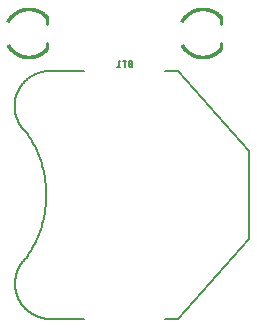
<source format=gbo>
G04 EAGLE Gerber X2 export*
G75*
%MOMM*%
%FSLAX34Y34*%
%LPD*%
%AMOC8*
5,1,8,0,0,1.08239X$1,22.5*%
G01*
%ADD10C,0.025400*%
%ADD11C,0.254000*%
%ADD12C,0.203200*%
%ADD13C,0.127000*%


D10*
X260246Y544698D02*
X258490Y543234D01*
X258490Y543235D02*
X258189Y543582D01*
X257880Y543922D01*
X257563Y544255D01*
X257238Y544580D01*
X256906Y544897D01*
X256566Y545206D01*
X256218Y545507D01*
X255864Y545800D01*
X255502Y546083D01*
X255134Y546358D01*
X254759Y546625D01*
X254378Y546882D01*
X253991Y547130D01*
X253599Y547368D01*
X253200Y547597D01*
X252796Y547817D01*
X252388Y548027D01*
X251974Y548227D01*
X251555Y548417D01*
X251132Y548596D01*
X250705Y548766D01*
X250274Y548925D01*
X249839Y549074D01*
X249401Y549213D01*
X248960Y549341D01*
X248515Y549458D01*
X248068Y549565D01*
X247619Y549661D01*
X247167Y549746D01*
X246714Y549820D01*
X246258Y549884D01*
X245802Y549936D01*
X245344Y549978D01*
X244886Y550008D01*
X244426Y550028D01*
X243967Y550037D01*
X243966Y552322D01*
X243967Y552323D01*
X244482Y552313D01*
X244997Y552292D01*
X245511Y552258D01*
X246024Y552212D01*
X246536Y552153D01*
X247046Y552082D01*
X247555Y551999D01*
X248061Y551904D01*
X248565Y551796D01*
X249066Y551677D01*
X249564Y551546D01*
X250059Y551402D01*
X250550Y551247D01*
X251038Y551080D01*
X251521Y550901D01*
X252000Y550711D01*
X252474Y550510D01*
X252943Y550297D01*
X253407Y550073D01*
X253866Y549838D01*
X254318Y549591D01*
X254765Y549335D01*
X255205Y549067D01*
X255639Y548789D01*
X256066Y548501D01*
X256486Y548202D01*
X256898Y547893D01*
X257304Y547575D01*
X257701Y547247D01*
X258090Y546910D01*
X258471Y546563D01*
X258844Y546207D01*
X259208Y545843D01*
X259563Y545470D01*
X259909Y545088D01*
X260246Y544698D01*
X260062Y544544D01*
X259729Y544930D01*
X259387Y545307D01*
X259035Y545676D01*
X258675Y546036D01*
X258307Y546388D01*
X257930Y546731D01*
X257545Y547064D01*
X257152Y547389D01*
X256752Y547703D01*
X256344Y548008D01*
X255929Y548304D01*
X255507Y548589D01*
X255078Y548864D01*
X254642Y549128D01*
X254201Y549382D01*
X253753Y549625D01*
X253300Y549858D01*
X252842Y550079D01*
X252378Y550290D01*
X251909Y550489D01*
X251435Y550677D01*
X250958Y550854D01*
X250476Y551019D01*
X249990Y551172D01*
X249501Y551314D01*
X249008Y551444D01*
X248513Y551562D01*
X248015Y551668D01*
X247514Y551763D01*
X247011Y551845D01*
X246507Y551915D01*
X246001Y551973D01*
X245493Y552018D01*
X244985Y552052D01*
X244476Y552073D01*
X243967Y552083D01*
X243967Y551843D01*
X244470Y551834D01*
X244973Y551812D01*
X245476Y551779D01*
X245977Y551734D01*
X246478Y551677D01*
X246976Y551607D01*
X247473Y551526D01*
X247968Y551433D01*
X248461Y551328D01*
X248950Y551211D01*
X249437Y551083D01*
X249921Y550943D01*
X250401Y550791D01*
X250877Y550628D01*
X251350Y550453D01*
X251818Y550267D01*
X252281Y550070D01*
X252740Y549862D01*
X253193Y549643D01*
X253641Y549413D01*
X254084Y549173D01*
X254520Y548922D01*
X254950Y548660D01*
X255374Y548388D01*
X255792Y548107D01*
X256202Y547815D01*
X256605Y547513D01*
X257001Y547202D01*
X257390Y546882D01*
X257770Y546552D01*
X258143Y546213D01*
X258507Y545866D01*
X258863Y545509D01*
X259210Y545145D01*
X259548Y544772D01*
X259878Y544391D01*
X259693Y544237D01*
X259368Y544614D01*
X259033Y544982D01*
X258690Y545343D01*
X258338Y545695D01*
X257978Y546038D01*
X257610Y546373D01*
X257234Y546699D01*
X256850Y547016D01*
X256459Y547323D01*
X256060Y547621D01*
X255654Y547910D01*
X255242Y548188D01*
X254823Y548457D01*
X254398Y548715D01*
X253966Y548963D01*
X253529Y549201D01*
X253086Y549428D01*
X252638Y549645D01*
X252185Y549850D01*
X251727Y550045D01*
X251264Y550229D01*
X250797Y550401D01*
X250326Y550563D01*
X249852Y550713D01*
X249374Y550851D01*
X248893Y550978D01*
X248409Y551094D01*
X247922Y551197D01*
X247433Y551290D01*
X246941Y551370D01*
X246449Y551438D01*
X245954Y551495D01*
X245458Y551540D01*
X244962Y551573D01*
X244464Y551594D01*
X243967Y551603D01*
X243967Y551363D01*
X244459Y551354D01*
X244950Y551333D01*
X245441Y551300D01*
X245931Y551256D01*
X246419Y551200D01*
X246907Y551132D01*
X247392Y551053D01*
X247875Y550962D01*
X248356Y550859D01*
X248835Y550745D01*
X249310Y550620D01*
X249783Y550483D01*
X250252Y550335D01*
X250717Y550175D01*
X251178Y550005D01*
X251636Y549823D01*
X252088Y549631D01*
X252536Y549427D01*
X252979Y549214D01*
X253417Y548989D01*
X253849Y548754D01*
X254275Y548509D01*
X254695Y548253D01*
X255110Y547988D01*
X255517Y547713D01*
X255918Y547428D01*
X256312Y547133D01*
X256699Y546829D01*
X257078Y546516D01*
X257450Y546194D01*
X257814Y545863D01*
X258170Y545524D01*
X258517Y545176D01*
X258857Y544820D01*
X259187Y544456D01*
X259509Y544083D01*
X259324Y543930D01*
X259007Y544297D01*
X258680Y544657D01*
X258345Y545009D01*
X258001Y545353D01*
X257650Y545689D01*
X257290Y546015D01*
X256923Y546334D01*
X256548Y546643D01*
X256165Y546943D01*
X255776Y547234D01*
X255380Y547516D01*
X254977Y547788D01*
X254568Y548050D01*
X254153Y548302D01*
X253731Y548545D01*
X253304Y548777D01*
X252872Y548999D01*
X252434Y549210D01*
X251992Y549411D01*
X251544Y549601D01*
X251093Y549781D01*
X250637Y549949D01*
X250177Y550107D01*
X249714Y550253D01*
X249247Y550388D01*
X248777Y550512D01*
X248304Y550625D01*
X247829Y550727D01*
X247351Y550816D01*
X246872Y550895D01*
X246390Y550962D01*
X245907Y551017D01*
X245423Y551061D01*
X244938Y551093D01*
X244453Y551114D01*
X243967Y551123D01*
X243967Y550883D01*
X244447Y550874D01*
X244927Y550853D01*
X245406Y550822D01*
X245884Y550778D01*
X246361Y550724D01*
X246837Y550657D01*
X247311Y550580D01*
X247782Y550491D01*
X248252Y550391D01*
X248719Y550279D01*
X249183Y550157D01*
X249645Y550023D01*
X250102Y549878D01*
X250557Y549723D01*
X251007Y549556D01*
X251453Y549379D01*
X251895Y549191D01*
X252333Y548993D01*
X252765Y548784D01*
X253192Y548565D01*
X253614Y548335D01*
X254030Y548096D01*
X254441Y547847D01*
X254845Y547588D01*
X255243Y547319D01*
X255634Y547041D01*
X256019Y546753D01*
X256397Y546457D01*
X256767Y546151D01*
X257130Y545837D01*
X257485Y545514D01*
X257833Y545182D01*
X258172Y544843D01*
X258503Y544495D01*
X258826Y544139D01*
X259140Y543776D01*
X258956Y543623D01*
X258645Y543981D01*
X258327Y544332D01*
X257999Y544676D01*
X257664Y545011D01*
X257321Y545339D01*
X256970Y545658D01*
X256611Y545968D01*
X256245Y546270D01*
X255872Y546563D01*
X255492Y546847D01*
X255106Y547122D01*
X254713Y547387D01*
X254313Y547643D01*
X253908Y547890D01*
X253497Y548126D01*
X253080Y548353D01*
X252658Y548569D01*
X252231Y548775D01*
X251799Y548971D01*
X251362Y549157D01*
X250921Y549332D01*
X250477Y549497D01*
X250028Y549650D01*
X249576Y549793D01*
X249120Y549925D01*
X248661Y550047D01*
X248200Y550157D01*
X247736Y550256D01*
X247270Y550343D01*
X246802Y550420D01*
X246332Y550485D01*
X245861Y550540D01*
X245388Y550582D01*
X244915Y550614D01*
X244441Y550634D01*
X243967Y550643D01*
X243967Y550403D01*
X244435Y550394D01*
X244903Y550374D01*
X245371Y550343D01*
X245837Y550301D01*
X246303Y550247D01*
X246767Y550183D01*
X247229Y550107D01*
X247690Y550020D01*
X248148Y549922D01*
X248604Y549814D01*
X249056Y549694D01*
X249506Y549563D01*
X249953Y549422D01*
X250396Y549270D01*
X250836Y549108D01*
X251271Y548935D01*
X251702Y548752D01*
X252129Y548558D01*
X252551Y548354D01*
X252968Y548140D01*
X253379Y547917D01*
X253785Y547683D01*
X254186Y547440D01*
X254580Y547187D01*
X254969Y546925D01*
X255350Y546654D01*
X255726Y546373D01*
X256094Y546084D01*
X256456Y545786D01*
X256810Y545479D01*
X257156Y545164D01*
X257496Y544841D01*
X257827Y544509D01*
X258150Y544170D01*
X258465Y543823D01*
X258771Y543469D01*
X258587Y543315D01*
X258284Y543665D01*
X257973Y544008D01*
X257654Y544343D01*
X257327Y544670D01*
X256992Y544989D01*
X256650Y545300D01*
X256300Y545603D01*
X255943Y545897D01*
X255579Y546183D01*
X255209Y546460D01*
X254831Y546728D01*
X254448Y546987D01*
X254058Y547237D01*
X253663Y547477D01*
X253262Y547707D01*
X252855Y547928D01*
X252444Y548139D01*
X252027Y548341D01*
X251606Y548532D01*
X251180Y548713D01*
X250750Y548884D01*
X250316Y549044D01*
X249878Y549194D01*
X249437Y549334D01*
X248993Y549462D01*
X248546Y549581D01*
X248096Y549688D01*
X247643Y549785D01*
X247189Y549870D01*
X246732Y549945D01*
X246274Y550009D01*
X245814Y550062D01*
X245353Y550104D01*
X244892Y550134D01*
X244429Y550154D01*
X243967Y550163D01*
X243714Y552322D02*
X243714Y550036D01*
X243713Y550037D02*
X243248Y550028D01*
X242783Y550008D01*
X242319Y549977D01*
X241856Y549934D01*
X241394Y549880D01*
X240933Y549815D01*
X240474Y549739D01*
X240017Y549652D01*
X239562Y549554D01*
X239110Y549444D01*
X238660Y549324D01*
X238214Y549193D01*
X237771Y549051D01*
X237331Y548898D01*
X236896Y548735D01*
X236464Y548561D01*
X236037Y548377D01*
X235614Y548183D01*
X235196Y547978D01*
X234783Y547763D01*
X234376Y547538D01*
X233974Y547304D01*
X233578Y547060D01*
X233188Y546806D01*
X232804Y546543D01*
X232427Y546270D01*
X232057Y545989D01*
X231693Y545699D01*
X231337Y545400D01*
X230988Y545092D01*
X230646Y544776D01*
X230312Y544452D01*
X229987Y544119D01*
X229669Y543779D01*
X229360Y543432D01*
X229059Y543077D01*
X228767Y542715D01*
X228484Y542345D01*
X228210Y541969D01*
X227945Y541587D01*
X227689Y541198D01*
X227443Y540803D01*
X227207Y540402D01*
X226980Y539996D01*
X224963Y541071D01*
X224963Y541072D01*
X225217Y541527D01*
X225481Y541977D01*
X225757Y542419D01*
X226043Y542855D01*
X226340Y543284D01*
X226646Y543706D01*
X226964Y544120D01*
X227291Y544526D01*
X227628Y544924D01*
X227974Y545313D01*
X228330Y545695D01*
X228695Y546067D01*
X229069Y546430D01*
X229451Y546785D01*
X229842Y547130D01*
X230242Y547465D01*
X230649Y547790D01*
X231064Y548106D01*
X231487Y548411D01*
X231917Y548706D01*
X232354Y548990D01*
X232798Y549264D01*
X233248Y549527D01*
X233705Y549779D01*
X234167Y550019D01*
X234636Y550249D01*
X235109Y550467D01*
X235588Y550673D01*
X236072Y550868D01*
X236560Y551050D01*
X237053Y551221D01*
X237550Y551380D01*
X238050Y551527D01*
X238554Y551662D01*
X239061Y551784D01*
X239570Y551894D01*
X240083Y551991D01*
X240597Y552076D01*
X241114Y552149D01*
X241631Y552209D01*
X242151Y552256D01*
X242671Y552291D01*
X243192Y552313D01*
X243713Y552323D01*
X243713Y552083D01*
X243198Y552073D01*
X242683Y552051D01*
X242168Y552017D01*
X241655Y551970D01*
X241143Y551911D01*
X240632Y551839D01*
X240124Y551755D01*
X239617Y551658D01*
X239113Y551550D01*
X238612Y551429D01*
X238114Y551296D01*
X237619Y551151D01*
X237128Y550993D01*
X236641Y550824D01*
X236159Y550644D01*
X235680Y550451D01*
X235207Y550247D01*
X234738Y550032D01*
X234275Y549805D01*
X233818Y549567D01*
X233367Y549318D01*
X232921Y549058D01*
X232483Y548788D01*
X232050Y548507D01*
X231625Y548215D01*
X231207Y547913D01*
X230797Y547601D01*
X230394Y547279D01*
X229999Y546948D01*
X229613Y546607D01*
X229234Y546257D01*
X228865Y545897D01*
X228504Y545529D01*
X228152Y545152D01*
X227809Y544767D01*
X227476Y544373D01*
X227153Y543972D01*
X226839Y543563D01*
X226536Y543146D01*
X226243Y542722D01*
X225960Y542291D01*
X225687Y541853D01*
X225426Y541409D01*
X225175Y540959D01*
X225386Y540846D01*
X225634Y541291D01*
X225893Y541730D01*
X226162Y542163D01*
X226442Y542589D01*
X226732Y543008D01*
X227032Y543420D01*
X227342Y543824D01*
X227662Y544221D01*
X227991Y544610D01*
X228330Y544991D01*
X228678Y545364D01*
X229034Y545728D01*
X229400Y546083D01*
X229774Y546429D01*
X230156Y546766D01*
X230546Y547094D01*
X230945Y547412D01*
X231350Y547720D01*
X231764Y548019D01*
X232184Y548307D01*
X232611Y548585D01*
X233045Y548853D01*
X233485Y549109D01*
X233931Y549356D01*
X234383Y549591D01*
X234841Y549815D01*
X235304Y550028D01*
X235772Y550230D01*
X236245Y550420D01*
X236722Y550599D01*
X237204Y550766D01*
X237689Y550921D01*
X238178Y551064D01*
X238671Y551196D01*
X239166Y551316D01*
X239664Y551423D01*
X240165Y551518D01*
X240668Y551602D01*
X241172Y551673D01*
X241679Y551731D01*
X242186Y551778D01*
X242695Y551812D01*
X243204Y551833D01*
X243713Y551843D01*
X243713Y551603D01*
X243210Y551593D01*
X242706Y551572D01*
X242204Y551538D01*
X241702Y551492D01*
X241202Y551434D01*
X240703Y551364D01*
X240206Y551282D01*
X239711Y551188D01*
X239219Y551081D01*
X238729Y550963D01*
X238242Y550833D01*
X237759Y550691D01*
X237279Y550538D01*
X236803Y550373D01*
X236331Y550196D01*
X235864Y550008D01*
X235402Y549809D01*
X234944Y549598D01*
X234491Y549376D01*
X234045Y549144D01*
X233603Y548901D01*
X233168Y548647D01*
X232740Y548382D01*
X232317Y548108D01*
X231902Y547823D01*
X231494Y547528D01*
X231092Y547223D01*
X230699Y546909D01*
X230313Y546585D01*
X229935Y546252D01*
X229565Y545909D01*
X229204Y545558D01*
X228852Y545198D01*
X228508Y544830D01*
X228173Y544454D01*
X227848Y544069D01*
X227532Y543677D01*
X227225Y543277D01*
X226929Y542870D01*
X226642Y542456D01*
X226365Y542035D01*
X226099Y541607D01*
X225843Y541173D01*
X225598Y540733D01*
X225810Y540620D01*
X226052Y541055D01*
X226305Y541484D01*
X226568Y541906D01*
X226842Y542323D01*
X227125Y542732D01*
X227418Y543134D01*
X227721Y543529D01*
X228033Y543917D01*
X228355Y544297D01*
X228686Y544669D01*
X229026Y545033D01*
X229374Y545389D01*
X229731Y545736D01*
X230096Y546074D01*
X230470Y546403D01*
X230851Y546723D01*
X231240Y547034D01*
X231637Y547335D01*
X232040Y547626D01*
X232451Y547908D01*
X232868Y548180D01*
X233292Y548441D01*
X233722Y548692D01*
X234158Y548932D01*
X234599Y549162D01*
X235047Y549381D01*
X235499Y549589D01*
X235956Y549786D01*
X236418Y549972D01*
X236884Y550147D01*
X237354Y550310D01*
X237829Y550462D01*
X238306Y550602D01*
X238787Y550730D01*
X239271Y550847D01*
X239758Y550952D01*
X240247Y551046D01*
X240738Y551127D01*
X241231Y551196D01*
X241726Y551254D01*
X242221Y551299D01*
X242718Y551332D01*
X243216Y551353D01*
X243713Y551363D01*
X243713Y551123D01*
X243222Y551114D01*
X242730Y551093D01*
X242239Y551060D01*
X241749Y551015D01*
X241261Y550958D01*
X240773Y550889D01*
X240288Y550809D01*
X239805Y550717D01*
X239324Y550613D01*
X238846Y550498D01*
X238370Y550371D01*
X237898Y550232D01*
X237430Y550082D01*
X236965Y549921D01*
X236504Y549748D01*
X236048Y549564D01*
X235596Y549370D01*
X235149Y549164D01*
X234707Y548948D01*
X234271Y548721D01*
X233840Y548483D01*
X233415Y548235D01*
X232997Y547977D01*
X232584Y547709D01*
X232179Y547430D01*
X231780Y547142D01*
X231388Y546845D01*
X231004Y546538D01*
X230627Y546221D01*
X230258Y545896D01*
X229897Y545562D01*
X229544Y545219D01*
X229199Y544868D01*
X228864Y544508D01*
X228537Y544140D01*
X228219Y543765D01*
X227910Y543382D01*
X227611Y542992D01*
X227321Y542594D01*
X227041Y542189D01*
X226771Y541778D01*
X226511Y541361D01*
X226261Y540937D01*
X226022Y540507D01*
X226234Y540394D01*
X226470Y540819D01*
X226717Y541237D01*
X226974Y541650D01*
X227241Y542056D01*
X227518Y542456D01*
X227804Y542849D01*
X228100Y543234D01*
X228405Y543613D01*
X228719Y543984D01*
X229042Y544347D01*
X229373Y544702D01*
X229714Y545049D01*
X230062Y545388D01*
X230419Y545718D01*
X230784Y546040D01*
X231156Y546352D01*
X231536Y546656D01*
X231923Y546950D01*
X232317Y547234D01*
X232718Y547509D01*
X233125Y547774D01*
X233539Y548029D01*
X233959Y548274D01*
X234384Y548509D01*
X234815Y548733D01*
X235252Y548947D01*
X235694Y549150D01*
X236140Y549343D01*
X236591Y549524D01*
X237046Y549695D01*
X237505Y549854D01*
X237968Y550002D01*
X238434Y550139D01*
X238904Y550265D01*
X239377Y550379D01*
X239852Y550482D01*
X240329Y550573D01*
X240809Y550652D01*
X241290Y550720D01*
X241773Y550776D01*
X242257Y550820D01*
X242742Y550853D01*
X243227Y550874D01*
X243713Y550883D01*
X243713Y550643D01*
X243233Y550634D01*
X242754Y550613D01*
X242275Y550581D01*
X241796Y550537D01*
X241319Y550482D01*
X240844Y550415D01*
X240370Y550336D01*
X239899Y550246D01*
X239429Y550145D01*
X238962Y550032D01*
X238499Y549908D01*
X238038Y549773D01*
X237581Y549626D01*
X237127Y549469D01*
X236677Y549300D01*
X236232Y549121D01*
X235791Y548931D01*
X235355Y548730D01*
X234923Y548519D01*
X234497Y548297D01*
X234077Y548066D01*
X233662Y547824D01*
X233254Y547571D01*
X232851Y547310D01*
X232455Y547038D01*
X232066Y546757D01*
X231683Y546466D01*
X231308Y546167D01*
X230940Y545858D01*
X230580Y545541D01*
X230228Y545214D01*
X229884Y544880D01*
X229547Y544537D01*
X229220Y544186D01*
X228901Y543827D01*
X228590Y543461D01*
X228289Y543087D01*
X227997Y542706D01*
X227714Y542318D01*
X227441Y541923D01*
X227177Y541522D01*
X226923Y541114D01*
X226679Y540701D01*
X226445Y540281D01*
X226657Y540168D01*
X226888Y540582D01*
X227129Y540991D01*
X227380Y541394D01*
X227640Y541790D01*
X227910Y542180D01*
X228190Y542563D01*
X228478Y542939D01*
X228776Y543309D01*
X229082Y543671D01*
X229398Y544025D01*
X229721Y544372D01*
X230053Y544710D01*
X230394Y545041D01*
X230742Y545363D01*
X231097Y545677D01*
X231461Y545981D01*
X231831Y546277D01*
X232209Y546564D01*
X232593Y546842D01*
X232985Y547110D01*
X233382Y547369D01*
X233786Y547618D01*
X234195Y547857D01*
X234611Y548086D01*
X235031Y548305D01*
X235457Y548513D01*
X235888Y548712D01*
X236324Y548899D01*
X236764Y549077D01*
X237208Y549243D01*
X237656Y549398D01*
X238108Y549543D01*
X238563Y549677D01*
X239021Y549799D01*
X239482Y549911D01*
X239945Y550011D01*
X240411Y550100D01*
X240879Y550177D01*
X241349Y550243D01*
X241820Y550298D01*
X242292Y550342D01*
X242765Y550373D01*
X243239Y550394D01*
X243713Y550403D01*
X243713Y550163D01*
X243245Y550154D01*
X242777Y550134D01*
X242310Y550102D01*
X241843Y550059D01*
X241378Y550005D01*
X240914Y549940D01*
X240452Y549863D01*
X239992Y549775D01*
X239534Y549676D01*
X239079Y549566D01*
X238627Y549445D01*
X238177Y549313D01*
X237731Y549171D01*
X237289Y549017D01*
X236850Y548853D01*
X236416Y548678D01*
X235986Y548492D01*
X235560Y548297D01*
X235139Y548090D01*
X234724Y547874D01*
X234314Y547648D01*
X233909Y547412D01*
X233511Y547166D01*
X233118Y546911D01*
X232732Y546646D01*
X232352Y546372D01*
X231979Y546088D01*
X231613Y545796D01*
X231254Y545495D01*
X230903Y545185D01*
X230559Y544867D01*
X230223Y544541D01*
X229895Y544206D01*
X229576Y543864D01*
X229264Y543514D01*
X228961Y543157D01*
X228668Y542792D01*
X228382Y542420D01*
X228107Y542042D01*
X227840Y541657D01*
X227583Y541265D01*
X227335Y540868D01*
X227097Y540464D01*
X226869Y540055D01*
X243966Y509398D02*
X243966Y511684D01*
X243967Y511683D02*
X244435Y511692D01*
X244903Y511713D01*
X245371Y511744D01*
X245838Y511787D01*
X246303Y511842D01*
X246767Y511908D01*
X247229Y511985D01*
X247689Y512073D01*
X248147Y512173D01*
X248603Y512284D01*
X249055Y512406D01*
X249504Y512539D01*
X249950Y512683D01*
X250393Y512837D01*
X250831Y513003D01*
X251265Y513179D01*
X251695Y513366D01*
X252120Y513563D01*
X252540Y513770D01*
X252955Y513988D01*
X253365Y514216D01*
X253769Y514453D01*
X254167Y514701D01*
X254558Y514958D01*
X254944Y515225D01*
X255323Y515501D01*
X255694Y515786D01*
X256059Y516080D01*
X256417Y516383D01*
X256767Y516695D01*
X257109Y517015D01*
X257443Y517343D01*
X257769Y517679D01*
X258087Y518024D01*
X258397Y518376D01*
X260141Y516899D01*
X260142Y516899D01*
X259795Y516504D01*
X259439Y516118D01*
X259074Y515741D01*
X258699Y515372D01*
X258316Y515013D01*
X257923Y514664D01*
X257523Y514324D01*
X257114Y513994D01*
X256697Y513674D01*
X256273Y513365D01*
X255841Y513066D01*
X255402Y512777D01*
X254956Y512500D01*
X254503Y512233D01*
X254044Y511978D01*
X253579Y511734D01*
X253108Y511501D01*
X252631Y511280D01*
X252149Y511071D01*
X251662Y510873D01*
X251171Y510688D01*
X250675Y510514D01*
X250175Y510353D01*
X249671Y510204D01*
X249164Y510068D01*
X248653Y509944D01*
X248140Y509832D01*
X247624Y509733D01*
X247106Y509647D01*
X246586Y509573D01*
X246064Y509513D01*
X245541Y509465D01*
X245017Y509429D01*
X244492Y509407D01*
X243967Y509397D01*
X243967Y509637D01*
X244486Y509647D01*
X245005Y509669D01*
X245523Y509704D01*
X246040Y509751D01*
X246556Y509812D01*
X247070Y509884D01*
X247583Y509970D01*
X248093Y510067D01*
X248600Y510178D01*
X249105Y510300D01*
X249607Y510435D01*
X250105Y510583D01*
X250599Y510742D01*
X251089Y510913D01*
X251575Y511097D01*
X252056Y511292D01*
X252533Y511499D01*
X253004Y511717D01*
X253470Y511947D01*
X253930Y512189D01*
X254383Y512441D01*
X254831Y512705D01*
X255272Y512979D01*
X255706Y513264D01*
X256133Y513560D01*
X256553Y513866D01*
X256965Y514182D01*
X257369Y514508D01*
X257765Y514844D01*
X258153Y515190D01*
X258532Y515545D01*
X258902Y515909D01*
X259264Y516282D01*
X259616Y516664D01*
X259959Y517054D01*
X259775Y517209D01*
X259437Y516823D01*
X259089Y516446D01*
X258731Y516077D01*
X258365Y515717D01*
X257990Y515366D01*
X257607Y515025D01*
X257215Y514693D01*
X256816Y514370D01*
X256409Y514058D01*
X255994Y513755D01*
X255572Y513463D01*
X255142Y513181D01*
X254706Y512910D01*
X254264Y512649D01*
X253815Y512400D01*
X253361Y512161D01*
X252900Y511934D01*
X252435Y511718D01*
X251964Y511513D01*
X251488Y511320D01*
X251007Y511139D01*
X250523Y510970D01*
X250034Y510812D01*
X249542Y510667D01*
X249046Y510533D01*
X248547Y510412D01*
X248045Y510303D01*
X247541Y510206D01*
X247035Y510122D01*
X246526Y510050D01*
X246016Y509990D01*
X245505Y509943D01*
X244993Y509909D01*
X244480Y509887D01*
X243967Y509877D01*
X243967Y510117D01*
X244474Y510127D01*
X244981Y510148D01*
X245487Y510183D01*
X245993Y510229D01*
X246497Y510288D01*
X246999Y510359D01*
X247500Y510442D01*
X247998Y510538D01*
X248494Y510646D01*
X248987Y510766D01*
X249477Y510898D01*
X249964Y511042D01*
X250447Y511197D01*
X250926Y511365D01*
X251401Y511544D01*
X251871Y511735D01*
X252336Y511937D01*
X252797Y512150D01*
X253252Y512375D01*
X253701Y512611D01*
X254145Y512858D01*
X254582Y513115D01*
X255013Y513383D01*
X255437Y513662D01*
X255854Y513950D01*
X256264Y514249D01*
X256667Y514558D01*
X257062Y514877D01*
X257449Y515205D01*
X257828Y515543D01*
X258198Y515890D01*
X258560Y516245D01*
X258913Y516610D01*
X259257Y516983D01*
X259592Y517364D01*
X259409Y517519D01*
X259078Y517142D01*
X258738Y516774D01*
X258389Y516414D01*
X258031Y516062D01*
X257665Y515719D01*
X257291Y515386D01*
X256908Y515061D01*
X256518Y514746D01*
X256120Y514441D01*
X255715Y514146D01*
X255302Y513860D01*
X254883Y513585D01*
X254457Y513320D01*
X254025Y513066D01*
X253587Y512822D01*
X253143Y512589D01*
X252693Y512367D01*
X252238Y512156D01*
X251778Y511956D01*
X251313Y511768D01*
X250844Y511590D01*
X250371Y511425D01*
X249893Y511271D01*
X249412Y511129D01*
X248928Y510998D01*
X248441Y510880D01*
X247951Y510773D01*
X247458Y510679D01*
X246964Y510596D01*
X246467Y510526D01*
X245969Y510468D01*
X245469Y510422D01*
X244969Y510388D01*
X244468Y510367D01*
X243967Y510357D01*
X243967Y510597D01*
X244462Y510607D01*
X244957Y510628D01*
X245452Y510661D01*
X245945Y510707D01*
X246437Y510764D01*
X246928Y510834D01*
X247417Y510915D01*
X247903Y511009D01*
X248388Y511114D01*
X248869Y511231D01*
X249348Y511360D01*
X249823Y511500D01*
X250295Y511653D01*
X250762Y511816D01*
X251226Y511991D01*
X251685Y512177D01*
X252140Y512375D01*
X252589Y512583D01*
X253034Y512803D01*
X253472Y513033D01*
X253906Y513274D01*
X254333Y513525D01*
X254753Y513787D01*
X255168Y514059D01*
X255575Y514341D01*
X255976Y514633D01*
X256369Y514935D01*
X256754Y515246D01*
X257132Y515566D01*
X257502Y515896D01*
X257864Y516234D01*
X258218Y516582D01*
X258563Y516938D01*
X258899Y517302D01*
X259226Y517674D01*
X259043Y517829D01*
X258719Y517461D01*
X258387Y517102D01*
X258047Y516750D01*
X257697Y516407D01*
X257340Y516072D01*
X256974Y515747D01*
X256601Y515430D01*
X256220Y515123D01*
X255831Y514825D01*
X255436Y514536D01*
X255033Y514258D01*
X254624Y513989D01*
X254208Y513730D01*
X253786Y513482D01*
X253358Y513244D01*
X252925Y513017D01*
X252486Y512800D01*
X252041Y512594D01*
X251592Y512399D01*
X251139Y512215D01*
X250681Y512042D01*
X250219Y511880D01*
X249753Y511730D01*
X249283Y511591D01*
X248810Y511464D01*
X248335Y511348D01*
X247856Y511244D01*
X247375Y511152D01*
X246892Y511071D01*
X246408Y511002D01*
X245921Y510945D01*
X245434Y510901D01*
X244945Y510868D01*
X244456Y510846D01*
X243967Y510837D01*
X243967Y511077D01*
X244450Y511086D01*
X244933Y511107D01*
X245416Y511140D01*
X245898Y511184D01*
X246378Y511240D01*
X246857Y511308D01*
X247334Y511388D01*
X247809Y511479D01*
X248281Y511582D01*
X248751Y511696D01*
X249218Y511822D01*
X249682Y511959D01*
X250142Y512108D01*
X250599Y512267D01*
X251051Y512438D01*
X251500Y512620D01*
X251943Y512813D01*
X252382Y513016D01*
X252816Y513230D01*
X253244Y513455D01*
X253667Y513690D01*
X254083Y513935D01*
X254494Y514191D01*
X254898Y514456D01*
X255296Y514732D01*
X255687Y515016D01*
X256071Y515311D01*
X256447Y515614D01*
X256816Y515927D01*
X257177Y516249D01*
X257530Y516579D01*
X257875Y516918D01*
X258212Y517265D01*
X258540Y517621D01*
X258859Y517984D01*
X258676Y518139D01*
X258361Y517780D01*
X258037Y517429D01*
X257704Y517086D01*
X257363Y516752D01*
X257015Y516425D01*
X256658Y516108D01*
X256293Y515799D01*
X255922Y515499D01*
X255543Y515208D01*
X255157Y514927D01*
X254764Y514655D01*
X254364Y514393D01*
X253959Y514141D01*
X253547Y513898D01*
X253130Y513666D01*
X252707Y513444D01*
X252278Y513233D01*
X251845Y513032D01*
X251407Y512841D01*
X250964Y512662D01*
X250517Y512493D01*
X250066Y512335D01*
X249612Y512189D01*
X249154Y512053D01*
X248692Y511929D01*
X248228Y511816D01*
X247761Y511714D01*
X247292Y511624D01*
X246821Y511546D01*
X246348Y511479D01*
X245874Y511423D01*
X245398Y511379D01*
X244921Y511347D01*
X244444Y511326D01*
X243967Y511317D01*
X243967Y511557D01*
X244438Y511566D01*
X244910Y511587D01*
X245380Y511619D01*
X245850Y511662D01*
X246319Y511717D01*
X246786Y511783D01*
X247251Y511861D01*
X247714Y511950D01*
X248175Y512050D01*
X248633Y512162D01*
X249089Y512284D01*
X249541Y512418D01*
X249990Y512563D01*
X250436Y512719D01*
X250877Y512885D01*
X251314Y513063D01*
X251747Y513251D01*
X252175Y513449D01*
X252598Y513658D01*
X253015Y513877D01*
X253428Y514106D01*
X253834Y514346D01*
X254235Y514595D01*
X254629Y514854D01*
X255017Y515122D01*
X255398Y515400D01*
X255773Y515687D01*
X256140Y515983D01*
X256500Y516288D01*
X256852Y516602D01*
X257197Y516924D01*
X257533Y517255D01*
X257861Y517593D01*
X258181Y517940D01*
X258493Y518294D01*
X225268Y520101D02*
X227253Y521236D01*
X227252Y521235D02*
X227490Y520837D01*
X227736Y520445D01*
X227993Y520060D01*
X228258Y519680D01*
X228532Y519307D01*
X228816Y518941D01*
X229108Y518582D01*
X229409Y518230D01*
X229718Y517885D01*
X230035Y517548D01*
X230361Y517218D01*
X230694Y516897D01*
X231035Y516583D01*
X231384Y516278D01*
X231739Y515982D01*
X232102Y515694D01*
X232472Y515415D01*
X232848Y515145D01*
X233231Y514884D01*
X233620Y514633D01*
X234014Y514391D01*
X234415Y514158D01*
X234821Y513936D01*
X235232Y513723D01*
X235649Y513520D01*
X236070Y513327D01*
X236495Y513145D01*
X236925Y512973D01*
X237359Y512811D01*
X237797Y512660D01*
X238238Y512519D01*
X238683Y512389D01*
X239130Y512270D01*
X239580Y512162D01*
X240033Y512064D01*
X240488Y511978D01*
X240945Y511903D01*
X241404Y511838D01*
X241864Y511785D01*
X242325Y511743D01*
X242787Y511712D01*
X243250Y511692D01*
X243713Y511683D01*
X243713Y509398D01*
X243713Y509397D01*
X243194Y509407D01*
X242675Y509429D01*
X242157Y509463D01*
X241640Y509510D01*
X241125Y509569D01*
X240611Y509641D01*
X240099Y509725D01*
X239589Y509822D01*
X239081Y509931D01*
X238577Y510052D01*
X238075Y510185D01*
X237577Y510331D01*
X237082Y510488D01*
X236592Y510658D01*
X236105Y510839D01*
X235623Y511032D01*
X235146Y511236D01*
X234675Y511452D01*
X234208Y511679D01*
X233747Y511918D01*
X233292Y512167D01*
X232843Y512428D01*
X232401Y512699D01*
X231965Y512981D01*
X231536Y513273D01*
X231114Y513576D01*
X230700Y513889D01*
X230294Y514211D01*
X229895Y514544D01*
X229504Y514886D01*
X229122Y515237D01*
X228749Y515597D01*
X228384Y515967D01*
X228029Y516345D01*
X227682Y516731D01*
X227345Y517126D01*
X227018Y517529D01*
X226701Y517939D01*
X226393Y518358D01*
X226096Y518783D01*
X225809Y519216D01*
X225533Y519655D01*
X225268Y520101D01*
X225476Y520220D01*
X225738Y519779D01*
X226012Y519345D01*
X226295Y518917D01*
X226589Y518496D01*
X226893Y518083D01*
X227207Y517677D01*
X227531Y517279D01*
X227864Y516888D01*
X228206Y516506D01*
X228558Y516133D01*
X228918Y515767D01*
X229287Y515411D01*
X229665Y515064D01*
X230051Y514726D01*
X230445Y514397D01*
X230847Y514078D01*
X231257Y513769D01*
X231674Y513470D01*
X232098Y513181D01*
X232529Y512902D01*
X232966Y512634D01*
X233410Y512376D01*
X233860Y512130D01*
X234315Y511894D01*
X234777Y511669D01*
X235243Y511456D01*
X235715Y511253D01*
X236191Y511063D01*
X236672Y510884D01*
X237157Y510716D01*
X237646Y510561D01*
X238139Y510417D01*
X238635Y510285D01*
X239134Y510165D01*
X239635Y510057D01*
X240140Y509962D01*
X240646Y509879D01*
X241154Y509808D01*
X241664Y509749D01*
X242175Y509702D01*
X242687Y509668D01*
X243200Y509647D01*
X243713Y509637D01*
X243713Y509877D01*
X243205Y509887D01*
X242699Y509908D01*
X242192Y509942D01*
X241687Y509988D01*
X241183Y510046D01*
X240681Y510116D01*
X240180Y510198D01*
X239682Y510293D01*
X239186Y510399D01*
X238693Y510518D01*
X238203Y510648D01*
X237716Y510790D01*
X237232Y510944D01*
X236753Y511110D01*
X236277Y511287D01*
X235807Y511475D01*
X235340Y511675D01*
X234879Y511886D01*
X234423Y512108D01*
X233972Y512341D01*
X233528Y512585D01*
X233089Y512840D01*
X232656Y513105D01*
X232231Y513381D01*
X231811Y513666D01*
X231399Y513962D01*
X230994Y514268D01*
X230597Y514583D01*
X230208Y514908D01*
X229826Y515242D01*
X229452Y515585D01*
X229087Y515938D01*
X228731Y516299D01*
X228383Y516668D01*
X228045Y517046D01*
X227716Y517432D01*
X227396Y517825D01*
X227085Y518227D01*
X226785Y518635D01*
X226494Y519051D01*
X226214Y519474D01*
X225944Y519903D01*
X225684Y520339D01*
X225893Y520458D01*
X226149Y520027D01*
X226416Y519603D01*
X226693Y519185D01*
X226981Y518774D01*
X227278Y518370D01*
X227584Y517974D01*
X227901Y517584D01*
X228226Y517203D01*
X228561Y516830D01*
X228904Y516465D01*
X229257Y516108D01*
X229617Y515760D01*
X229987Y515420D01*
X230364Y515090D01*
X230749Y514769D01*
X231142Y514457D01*
X231542Y514155D01*
X231949Y513863D01*
X232363Y513580D01*
X232784Y513308D01*
X233212Y513046D01*
X233646Y512794D01*
X234085Y512553D01*
X234531Y512323D01*
X234981Y512103D01*
X235437Y511895D01*
X235898Y511697D01*
X236364Y511511D01*
X236833Y511336D01*
X237307Y511172D01*
X237785Y511020D01*
X238266Y510880D01*
X238751Y510751D01*
X239239Y510634D01*
X239729Y510528D01*
X240221Y510435D01*
X240716Y510353D01*
X241213Y510284D01*
X241711Y510226D01*
X242210Y510181D01*
X242710Y510148D01*
X243211Y510127D01*
X243713Y510117D01*
X243713Y510357D01*
X243217Y510366D01*
X242722Y510387D01*
X242228Y510420D01*
X241734Y510465D01*
X241242Y510522D01*
X240751Y510591D01*
X240262Y510671D01*
X239775Y510764D01*
X239291Y510868D01*
X238809Y510984D01*
X238330Y511111D01*
X237855Y511250D01*
X237382Y511400D01*
X236914Y511562D01*
X236450Y511735D01*
X235990Y511919D01*
X235534Y512114D01*
X235084Y512320D01*
X234638Y512537D01*
X234198Y512765D01*
X233764Y513003D01*
X233335Y513252D01*
X232912Y513511D01*
X232496Y513780D01*
X232087Y514059D01*
X231684Y514348D01*
X231289Y514647D01*
X230901Y514955D01*
X230520Y515272D01*
X230147Y515599D01*
X229783Y515934D01*
X229426Y516278D01*
X229078Y516631D01*
X228738Y516991D01*
X228407Y517360D01*
X228086Y517737D01*
X227773Y518122D01*
X227470Y518514D01*
X227176Y518913D01*
X226893Y519319D01*
X226619Y519732D01*
X226355Y520151D01*
X226101Y520577D01*
X226309Y520696D01*
X226560Y520276D01*
X226821Y519861D01*
X227092Y519453D01*
X227372Y519052D01*
X227662Y518657D01*
X227962Y518270D01*
X228271Y517890D01*
X228589Y517518D01*
X228915Y517153D01*
X229251Y516797D01*
X229595Y516448D01*
X229948Y516108D01*
X230308Y515777D01*
X230676Y515454D01*
X231053Y515141D01*
X231436Y514836D01*
X231827Y514541D01*
X232225Y514256D01*
X232629Y513980D01*
X233040Y513714D01*
X233458Y513458D01*
X233881Y513212D01*
X234311Y512977D01*
X234746Y512752D01*
X235186Y512538D01*
X235631Y512334D01*
X236081Y512141D01*
X236536Y511959D01*
X236995Y511788D01*
X237457Y511628D01*
X237924Y511480D01*
X238394Y511342D01*
X238867Y511216D01*
X239343Y511102D01*
X239822Y510999D01*
X240303Y510908D01*
X240786Y510828D01*
X241271Y510760D01*
X241758Y510704D01*
X242245Y510660D01*
X242734Y510627D01*
X243223Y510606D01*
X243713Y510597D01*
X243713Y510837D01*
X243229Y510846D01*
X242746Y510867D01*
X242263Y510899D01*
X241781Y510943D01*
X241300Y510999D01*
X240821Y511066D01*
X240344Y511144D01*
X239869Y511235D01*
X239396Y511336D01*
X238925Y511449D01*
X238458Y511574D01*
X237993Y511709D01*
X237532Y511856D01*
X237075Y512014D01*
X236622Y512183D01*
X236173Y512363D01*
X235728Y512553D01*
X235288Y512755D01*
X234853Y512967D01*
X234424Y513189D01*
X233999Y513421D01*
X233581Y513664D01*
X233168Y513917D01*
X232762Y514180D01*
X232362Y514452D01*
X231969Y514734D01*
X231583Y515026D01*
X231204Y515327D01*
X230833Y515636D01*
X230469Y515955D01*
X230113Y516282D01*
X229764Y516618D01*
X229424Y516963D01*
X229093Y517315D01*
X228770Y517675D01*
X228456Y518043D01*
X228151Y518418D01*
X227855Y518801D01*
X227568Y519191D01*
X227291Y519587D01*
X227023Y519990D01*
X226766Y520400D01*
X226518Y520815D01*
X226726Y520934D01*
X226971Y520524D01*
X227226Y520119D01*
X227490Y519721D01*
X227764Y519330D01*
X228047Y518945D01*
X228339Y518567D01*
X228641Y518196D01*
X228951Y517832D01*
X229270Y517477D01*
X229598Y517129D01*
X229934Y516789D01*
X230278Y516457D01*
X230629Y516133D01*
X230989Y515819D01*
X231356Y515513D01*
X231731Y515215D01*
X232112Y514928D01*
X232500Y514649D01*
X232895Y514380D01*
X233296Y514120D01*
X233704Y513870D01*
X234117Y513631D01*
X234536Y513401D01*
X234961Y513181D01*
X235390Y512972D01*
X235825Y512773D01*
X236264Y512585D01*
X236708Y512407D01*
X237156Y512240D01*
X237607Y512084D01*
X238063Y511939D01*
X238522Y511805D01*
X238983Y511682D01*
X239448Y511570D01*
X239915Y511470D01*
X240385Y511381D01*
X240856Y511303D01*
X241330Y511237D01*
X241804Y511182D01*
X242280Y511138D01*
X242757Y511107D01*
X243235Y511086D01*
X243713Y511077D01*
X243713Y511317D01*
X243241Y511326D01*
X242769Y511346D01*
X242298Y511378D01*
X241828Y511421D01*
X241359Y511475D01*
X240891Y511541D01*
X240426Y511617D01*
X239962Y511705D01*
X239500Y511805D01*
X239042Y511915D01*
X238585Y512036D01*
X238132Y512169D01*
X237682Y512312D01*
X237236Y512466D01*
X236794Y512631D01*
X236356Y512806D01*
X235922Y512992D01*
X235493Y513189D01*
X235068Y513396D01*
X234649Y513613D01*
X234235Y513840D01*
X233827Y514076D01*
X233424Y514323D01*
X233028Y514580D01*
X232638Y514845D01*
X232254Y515121D01*
X231878Y515405D01*
X231508Y515698D01*
X231145Y516001D01*
X230790Y516312D01*
X230443Y516631D01*
X230103Y516959D01*
X229771Y517295D01*
X229448Y517638D01*
X229132Y517990D01*
X228826Y518349D01*
X228528Y518715D01*
X228239Y519088D01*
X227959Y519468D01*
X227689Y519855D01*
X227428Y520249D01*
X227176Y520648D01*
X226935Y521053D01*
X227143Y521173D01*
X227382Y520772D01*
X227630Y520378D01*
X227888Y519989D01*
X228155Y519607D01*
X228431Y519232D01*
X228717Y518863D01*
X229011Y518501D01*
X229314Y518147D01*
X229625Y517800D01*
X229944Y517461D01*
X230272Y517129D01*
X230608Y516805D01*
X230951Y516490D01*
X231302Y516183D01*
X231660Y515884D01*
X232025Y515595D01*
X232397Y515314D01*
X232776Y515042D01*
X233161Y514779D01*
X233552Y514526D01*
X233950Y514283D01*
X234353Y514049D01*
X234762Y513824D01*
X235176Y513610D01*
X235595Y513406D01*
X236019Y513212D01*
X236447Y513028D01*
X236880Y512855D01*
X237317Y512692D01*
X237757Y512540D01*
X238202Y512399D01*
X238649Y512268D01*
X239100Y512148D01*
X239553Y512039D01*
X240009Y511941D01*
X240467Y511854D01*
X240927Y511778D01*
X241388Y511713D01*
X241851Y511660D01*
X242316Y511617D01*
X242781Y511586D01*
X243246Y511566D01*
X243713Y511557D01*
D11*
X259588Y538734D02*
X259588Y543814D01*
X259588Y522478D02*
X259588Y517906D01*
D10*
X112926Y544698D02*
X111170Y543234D01*
X111170Y543235D02*
X110869Y543582D01*
X110560Y543922D01*
X110243Y544255D01*
X109918Y544580D01*
X109586Y544897D01*
X109246Y545206D01*
X108898Y545507D01*
X108544Y545800D01*
X108182Y546083D01*
X107814Y546358D01*
X107439Y546625D01*
X107058Y546882D01*
X106671Y547130D01*
X106279Y547368D01*
X105880Y547597D01*
X105476Y547817D01*
X105068Y548027D01*
X104654Y548227D01*
X104235Y548417D01*
X103812Y548596D01*
X103385Y548766D01*
X102954Y548925D01*
X102519Y549074D01*
X102081Y549213D01*
X101640Y549341D01*
X101195Y549458D01*
X100748Y549565D01*
X100299Y549661D01*
X99847Y549746D01*
X99394Y549820D01*
X98938Y549884D01*
X98482Y549936D01*
X98024Y549978D01*
X97566Y550008D01*
X97106Y550028D01*
X96647Y550037D01*
X96646Y552322D01*
X96647Y552323D01*
X97162Y552313D01*
X97677Y552292D01*
X98191Y552258D01*
X98704Y552212D01*
X99216Y552153D01*
X99726Y552082D01*
X100235Y551999D01*
X100741Y551904D01*
X101245Y551796D01*
X101746Y551677D01*
X102244Y551546D01*
X102739Y551402D01*
X103230Y551247D01*
X103718Y551080D01*
X104201Y550901D01*
X104680Y550711D01*
X105154Y550510D01*
X105623Y550297D01*
X106087Y550073D01*
X106546Y549838D01*
X106998Y549591D01*
X107445Y549335D01*
X107885Y549067D01*
X108319Y548789D01*
X108746Y548501D01*
X109166Y548202D01*
X109578Y547893D01*
X109984Y547575D01*
X110381Y547247D01*
X110770Y546910D01*
X111151Y546563D01*
X111524Y546207D01*
X111888Y545843D01*
X112243Y545470D01*
X112589Y545088D01*
X112926Y544698D01*
X112742Y544544D01*
X112409Y544930D01*
X112067Y545307D01*
X111715Y545676D01*
X111355Y546036D01*
X110987Y546388D01*
X110610Y546731D01*
X110225Y547064D01*
X109832Y547389D01*
X109432Y547703D01*
X109024Y548008D01*
X108609Y548304D01*
X108187Y548589D01*
X107758Y548864D01*
X107322Y549128D01*
X106881Y549382D01*
X106433Y549625D01*
X105980Y549858D01*
X105522Y550079D01*
X105058Y550290D01*
X104589Y550489D01*
X104115Y550677D01*
X103638Y550854D01*
X103156Y551019D01*
X102670Y551172D01*
X102181Y551314D01*
X101688Y551444D01*
X101193Y551562D01*
X100695Y551668D01*
X100194Y551763D01*
X99691Y551845D01*
X99187Y551915D01*
X98681Y551973D01*
X98173Y552018D01*
X97665Y552052D01*
X97156Y552073D01*
X96647Y552083D01*
X96647Y551843D01*
X97150Y551834D01*
X97653Y551812D01*
X98156Y551779D01*
X98657Y551734D01*
X99158Y551677D01*
X99656Y551607D01*
X100153Y551526D01*
X100648Y551433D01*
X101141Y551328D01*
X101630Y551211D01*
X102117Y551083D01*
X102601Y550943D01*
X103081Y550791D01*
X103557Y550628D01*
X104030Y550453D01*
X104498Y550267D01*
X104961Y550070D01*
X105420Y549862D01*
X105873Y549643D01*
X106321Y549413D01*
X106764Y549173D01*
X107200Y548922D01*
X107630Y548660D01*
X108054Y548388D01*
X108472Y548107D01*
X108882Y547815D01*
X109285Y547513D01*
X109681Y547202D01*
X110070Y546882D01*
X110450Y546552D01*
X110823Y546213D01*
X111187Y545866D01*
X111543Y545509D01*
X111890Y545145D01*
X112228Y544772D01*
X112558Y544391D01*
X112373Y544237D01*
X112048Y544614D01*
X111713Y544982D01*
X111370Y545343D01*
X111018Y545695D01*
X110658Y546038D01*
X110290Y546373D01*
X109914Y546699D01*
X109530Y547016D01*
X109139Y547323D01*
X108740Y547621D01*
X108334Y547910D01*
X107922Y548188D01*
X107503Y548457D01*
X107078Y548715D01*
X106646Y548963D01*
X106209Y549201D01*
X105766Y549428D01*
X105318Y549645D01*
X104865Y549850D01*
X104407Y550045D01*
X103944Y550229D01*
X103477Y550401D01*
X103006Y550563D01*
X102532Y550713D01*
X102054Y550851D01*
X101573Y550978D01*
X101089Y551094D01*
X100602Y551197D01*
X100113Y551290D01*
X99621Y551370D01*
X99129Y551438D01*
X98634Y551495D01*
X98138Y551540D01*
X97642Y551573D01*
X97144Y551594D01*
X96647Y551603D01*
X96647Y551363D01*
X97139Y551354D01*
X97630Y551333D01*
X98121Y551300D01*
X98611Y551256D01*
X99099Y551200D01*
X99587Y551132D01*
X100072Y551053D01*
X100555Y550962D01*
X101036Y550859D01*
X101515Y550745D01*
X101990Y550620D01*
X102463Y550483D01*
X102932Y550335D01*
X103397Y550175D01*
X103858Y550005D01*
X104316Y549823D01*
X104768Y549631D01*
X105216Y549427D01*
X105659Y549214D01*
X106097Y548989D01*
X106529Y548754D01*
X106955Y548509D01*
X107375Y548253D01*
X107790Y547988D01*
X108197Y547713D01*
X108598Y547428D01*
X108992Y547133D01*
X109379Y546829D01*
X109758Y546516D01*
X110130Y546194D01*
X110494Y545863D01*
X110850Y545524D01*
X111197Y545176D01*
X111537Y544820D01*
X111867Y544456D01*
X112189Y544083D01*
X112004Y543930D01*
X111687Y544297D01*
X111360Y544657D01*
X111025Y545009D01*
X110681Y545353D01*
X110330Y545689D01*
X109970Y546015D01*
X109603Y546334D01*
X109228Y546643D01*
X108845Y546943D01*
X108456Y547234D01*
X108060Y547516D01*
X107657Y547788D01*
X107248Y548050D01*
X106833Y548302D01*
X106411Y548545D01*
X105984Y548777D01*
X105552Y548999D01*
X105114Y549210D01*
X104672Y549411D01*
X104224Y549601D01*
X103773Y549781D01*
X103317Y549949D01*
X102857Y550107D01*
X102394Y550253D01*
X101927Y550388D01*
X101457Y550512D01*
X100984Y550625D01*
X100509Y550727D01*
X100031Y550816D01*
X99552Y550895D01*
X99070Y550962D01*
X98587Y551017D01*
X98103Y551061D01*
X97618Y551093D01*
X97133Y551114D01*
X96647Y551123D01*
X96647Y550883D01*
X97127Y550874D01*
X97607Y550853D01*
X98086Y550822D01*
X98564Y550778D01*
X99041Y550724D01*
X99517Y550657D01*
X99991Y550580D01*
X100462Y550491D01*
X100932Y550391D01*
X101399Y550279D01*
X101863Y550157D01*
X102325Y550023D01*
X102782Y549878D01*
X103237Y549723D01*
X103687Y549556D01*
X104133Y549379D01*
X104575Y549191D01*
X105013Y548993D01*
X105445Y548784D01*
X105872Y548565D01*
X106294Y548335D01*
X106710Y548096D01*
X107121Y547847D01*
X107525Y547588D01*
X107923Y547319D01*
X108314Y547041D01*
X108699Y546753D01*
X109077Y546457D01*
X109447Y546151D01*
X109810Y545837D01*
X110165Y545514D01*
X110513Y545182D01*
X110852Y544843D01*
X111183Y544495D01*
X111506Y544139D01*
X111820Y543776D01*
X111636Y543623D01*
X111325Y543981D01*
X111007Y544332D01*
X110679Y544676D01*
X110344Y545011D01*
X110001Y545339D01*
X109650Y545658D01*
X109291Y545968D01*
X108925Y546270D01*
X108552Y546563D01*
X108172Y546847D01*
X107786Y547122D01*
X107393Y547387D01*
X106993Y547643D01*
X106588Y547890D01*
X106177Y548126D01*
X105760Y548353D01*
X105338Y548569D01*
X104911Y548775D01*
X104479Y548971D01*
X104042Y549157D01*
X103601Y549332D01*
X103157Y549497D01*
X102708Y549650D01*
X102256Y549793D01*
X101800Y549925D01*
X101341Y550047D01*
X100880Y550157D01*
X100416Y550256D01*
X99950Y550343D01*
X99482Y550420D01*
X99012Y550485D01*
X98541Y550540D01*
X98068Y550582D01*
X97595Y550614D01*
X97121Y550634D01*
X96647Y550643D01*
X96647Y550403D01*
X97115Y550394D01*
X97583Y550374D01*
X98051Y550343D01*
X98517Y550301D01*
X98983Y550247D01*
X99447Y550183D01*
X99909Y550107D01*
X100370Y550020D01*
X100828Y549922D01*
X101284Y549814D01*
X101736Y549694D01*
X102186Y549563D01*
X102633Y549422D01*
X103076Y549270D01*
X103516Y549108D01*
X103951Y548935D01*
X104382Y548752D01*
X104809Y548558D01*
X105231Y548354D01*
X105648Y548140D01*
X106059Y547917D01*
X106465Y547683D01*
X106866Y547440D01*
X107260Y547187D01*
X107649Y546925D01*
X108030Y546654D01*
X108406Y546373D01*
X108774Y546084D01*
X109136Y545786D01*
X109490Y545479D01*
X109836Y545164D01*
X110176Y544841D01*
X110507Y544509D01*
X110830Y544170D01*
X111145Y543823D01*
X111451Y543469D01*
X111267Y543315D01*
X110964Y543665D01*
X110653Y544008D01*
X110334Y544343D01*
X110007Y544670D01*
X109672Y544989D01*
X109330Y545300D01*
X108980Y545603D01*
X108623Y545897D01*
X108259Y546183D01*
X107889Y546460D01*
X107511Y546728D01*
X107128Y546987D01*
X106738Y547237D01*
X106343Y547477D01*
X105942Y547707D01*
X105535Y547928D01*
X105124Y548139D01*
X104707Y548341D01*
X104286Y548532D01*
X103860Y548713D01*
X103430Y548884D01*
X102996Y549044D01*
X102558Y549194D01*
X102117Y549334D01*
X101673Y549462D01*
X101226Y549581D01*
X100776Y549688D01*
X100323Y549785D01*
X99869Y549870D01*
X99412Y549945D01*
X98954Y550009D01*
X98494Y550062D01*
X98033Y550104D01*
X97572Y550134D01*
X97109Y550154D01*
X96647Y550163D01*
X96394Y552322D02*
X96394Y550036D01*
X96393Y550037D02*
X95928Y550028D01*
X95463Y550008D01*
X94999Y549977D01*
X94536Y549934D01*
X94074Y549880D01*
X93613Y549815D01*
X93154Y549739D01*
X92697Y549652D01*
X92242Y549554D01*
X91790Y549444D01*
X91340Y549324D01*
X90894Y549193D01*
X90451Y549051D01*
X90011Y548898D01*
X89576Y548735D01*
X89144Y548561D01*
X88717Y548377D01*
X88294Y548183D01*
X87876Y547978D01*
X87463Y547763D01*
X87056Y547538D01*
X86654Y547304D01*
X86258Y547060D01*
X85868Y546806D01*
X85484Y546543D01*
X85107Y546270D01*
X84737Y545989D01*
X84373Y545699D01*
X84017Y545400D01*
X83668Y545092D01*
X83326Y544776D01*
X82992Y544452D01*
X82667Y544119D01*
X82349Y543779D01*
X82040Y543432D01*
X81739Y543077D01*
X81447Y542715D01*
X81164Y542345D01*
X80890Y541969D01*
X80625Y541587D01*
X80369Y541198D01*
X80123Y540803D01*
X79887Y540402D01*
X79660Y539996D01*
X77643Y541071D01*
X77643Y541072D01*
X77897Y541527D01*
X78161Y541977D01*
X78437Y542419D01*
X78723Y542855D01*
X79020Y543284D01*
X79326Y543706D01*
X79644Y544120D01*
X79971Y544526D01*
X80308Y544924D01*
X80654Y545313D01*
X81010Y545695D01*
X81375Y546067D01*
X81749Y546430D01*
X82131Y546785D01*
X82522Y547130D01*
X82922Y547465D01*
X83329Y547790D01*
X83744Y548106D01*
X84167Y548411D01*
X84597Y548706D01*
X85034Y548990D01*
X85478Y549264D01*
X85928Y549527D01*
X86385Y549779D01*
X86847Y550019D01*
X87316Y550249D01*
X87789Y550467D01*
X88268Y550673D01*
X88752Y550868D01*
X89240Y551050D01*
X89733Y551221D01*
X90230Y551380D01*
X90730Y551527D01*
X91234Y551662D01*
X91741Y551784D01*
X92250Y551894D01*
X92763Y551991D01*
X93277Y552076D01*
X93794Y552149D01*
X94311Y552209D01*
X94831Y552256D01*
X95351Y552291D01*
X95872Y552313D01*
X96393Y552323D01*
X96393Y552083D01*
X95878Y552073D01*
X95363Y552051D01*
X94848Y552017D01*
X94335Y551970D01*
X93823Y551911D01*
X93312Y551839D01*
X92804Y551755D01*
X92297Y551658D01*
X91793Y551550D01*
X91292Y551429D01*
X90794Y551296D01*
X90299Y551151D01*
X89808Y550993D01*
X89321Y550824D01*
X88839Y550644D01*
X88360Y550451D01*
X87887Y550247D01*
X87418Y550032D01*
X86955Y549805D01*
X86498Y549567D01*
X86047Y549318D01*
X85601Y549058D01*
X85163Y548788D01*
X84730Y548507D01*
X84305Y548215D01*
X83887Y547913D01*
X83477Y547601D01*
X83074Y547279D01*
X82679Y546948D01*
X82293Y546607D01*
X81914Y546257D01*
X81545Y545897D01*
X81184Y545529D01*
X80832Y545152D01*
X80489Y544767D01*
X80156Y544373D01*
X79833Y543972D01*
X79519Y543563D01*
X79216Y543146D01*
X78923Y542722D01*
X78640Y542291D01*
X78367Y541853D01*
X78106Y541409D01*
X77855Y540959D01*
X78066Y540846D01*
X78314Y541291D01*
X78573Y541730D01*
X78842Y542163D01*
X79122Y542589D01*
X79412Y543008D01*
X79712Y543420D01*
X80022Y543824D01*
X80342Y544221D01*
X80671Y544610D01*
X81010Y544991D01*
X81358Y545364D01*
X81714Y545728D01*
X82080Y546083D01*
X82454Y546429D01*
X82836Y546766D01*
X83226Y547094D01*
X83625Y547412D01*
X84030Y547720D01*
X84444Y548019D01*
X84864Y548307D01*
X85291Y548585D01*
X85725Y548853D01*
X86165Y549109D01*
X86611Y549356D01*
X87063Y549591D01*
X87521Y549815D01*
X87984Y550028D01*
X88452Y550230D01*
X88925Y550420D01*
X89402Y550599D01*
X89884Y550766D01*
X90369Y550921D01*
X90858Y551064D01*
X91351Y551196D01*
X91846Y551316D01*
X92344Y551423D01*
X92845Y551518D01*
X93348Y551602D01*
X93852Y551673D01*
X94359Y551731D01*
X94866Y551778D01*
X95375Y551812D01*
X95884Y551833D01*
X96393Y551843D01*
X96393Y551603D01*
X95890Y551593D01*
X95386Y551572D01*
X94884Y551538D01*
X94382Y551492D01*
X93882Y551434D01*
X93383Y551364D01*
X92886Y551282D01*
X92391Y551188D01*
X91899Y551081D01*
X91409Y550963D01*
X90922Y550833D01*
X90439Y550691D01*
X89959Y550538D01*
X89483Y550373D01*
X89011Y550196D01*
X88544Y550008D01*
X88082Y549809D01*
X87624Y549598D01*
X87171Y549376D01*
X86725Y549144D01*
X86283Y548901D01*
X85848Y548647D01*
X85420Y548382D01*
X84997Y548108D01*
X84582Y547823D01*
X84174Y547528D01*
X83772Y547223D01*
X83379Y546909D01*
X82993Y546585D01*
X82615Y546252D01*
X82245Y545909D01*
X81884Y545558D01*
X81532Y545198D01*
X81188Y544830D01*
X80853Y544454D01*
X80528Y544069D01*
X80212Y543677D01*
X79905Y543277D01*
X79609Y542870D01*
X79322Y542456D01*
X79045Y542035D01*
X78779Y541607D01*
X78523Y541173D01*
X78278Y540733D01*
X78490Y540620D01*
X78732Y541055D01*
X78985Y541484D01*
X79248Y541906D01*
X79522Y542323D01*
X79805Y542732D01*
X80098Y543134D01*
X80401Y543529D01*
X80713Y543917D01*
X81035Y544297D01*
X81366Y544669D01*
X81706Y545033D01*
X82054Y545389D01*
X82411Y545736D01*
X82776Y546074D01*
X83150Y546403D01*
X83531Y546723D01*
X83920Y547034D01*
X84317Y547335D01*
X84720Y547626D01*
X85131Y547908D01*
X85548Y548180D01*
X85972Y548441D01*
X86402Y548692D01*
X86838Y548932D01*
X87279Y549162D01*
X87727Y549381D01*
X88179Y549589D01*
X88636Y549786D01*
X89098Y549972D01*
X89564Y550147D01*
X90034Y550310D01*
X90509Y550462D01*
X90986Y550602D01*
X91467Y550730D01*
X91951Y550847D01*
X92438Y550952D01*
X92927Y551046D01*
X93418Y551127D01*
X93911Y551196D01*
X94406Y551254D01*
X94901Y551299D01*
X95398Y551332D01*
X95896Y551353D01*
X96393Y551363D01*
X96393Y551123D01*
X95902Y551114D01*
X95410Y551093D01*
X94919Y551060D01*
X94429Y551015D01*
X93941Y550958D01*
X93453Y550889D01*
X92968Y550809D01*
X92485Y550717D01*
X92004Y550613D01*
X91526Y550498D01*
X91050Y550371D01*
X90578Y550232D01*
X90110Y550082D01*
X89645Y549921D01*
X89184Y549748D01*
X88728Y549564D01*
X88276Y549370D01*
X87829Y549164D01*
X87387Y548948D01*
X86951Y548721D01*
X86520Y548483D01*
X86095Y548235D01*
X85677Y547977D01*
X85264Y547709D01*
X84859Y547430D01*
X84460Y547142D01*
X84068Y546845D01*
X83684Y546538D01*
X83307Y546221D01*
X82938Y545896D01*
X82577Y545562D01*
X82224Y545219D01*
X81879Y544868D01*
X81544Y544508D01*
X81217Y544140D01*
X80899Y543765D01*
X80590Y543382D01*
X80291Y542992D01*
X80001Y542594D01*
X79721Y542189D01*
X79451Y541778D01*
X79191Y541361D01*
X78941Y540937D01*
X78702Y540507D01*
X78914Y540394D01*
X79150Y540819D01*
X79397Y541237D01*
X79654Y541650D01*
X79921Y542056D01*
X80198Y542456D01*
X80484Y542849D01*
X80780Y543234D01*
X81085Y543613D01*
X81399Y543984D01*
X81722Y544347D01*
X82053Y544702D01*
X82394Y545049D01*
X82742Y545388D01*
X83099Y545718D01*
X83464Y546040D01*
X83836Y546352D01*
X84216Y546656D01*
X84603Y546950D01*
X84997Y547234D01*
X85398Y547509D01*
X85805Y547774D01*
X86219Y548029D01*
X86639Y548274D01*
X87064Y548509D01*
X87495Y548733D01*
X87932Y548947D01*
X88374Y549150D01*
X88820Y549343D01*
X89271Y549524D01*
X89726Y549695D01*
X90185Y549854D01*
X90648Y550002D01*
X91114Y550139D01*
X91584Y550265D01*
X92057Y550379D01*
X92532Y550482D01*
X93009Y550573D01*
X93489Y550652D01*
X93970Y550720D01*
X94453Y550776D01*
X94937Y550820D01*
X95422Y550853D01*
X95907Y550874D01*
X96393Y550883D01*
X96393Y550643D01*
X95913Y550634D01*
X95434Y550613D01*
X94955Y550581D01*
X94476Y550537D01*
X93999Y550482D01*
X93524Y550415D01*
X93050Y550336D01*
X92579Y550246D01*
X92109Y550145D01*
X91642Y550032D01*
X91179Y549908D01*
X90718Y549773D01*
X90261Y549626D01*
X89807Y549469D01*
X89357Y549300D01*
X88912Y549121D01*
X88471Y548931D01*
X88035Y548730D01*
X87603Y548519D01*
X87177Y548297D01*
X86757Y548066D01*
X86342Y547824D01*
X85934Y547571D01*
X85531Y547310D01*
X85135Y547038D01*
X84746Y546757D01*
X84363Y546466D01*
X83988Y546167D01*
X83620Y545858D01*
X83260Y545541D01*
X82908Y545214D01*
X82564Y544880D01*
X82227Y544537D01*
X81900Y544186D01*
X81581Y543827D01*
X81270Y543461D01*
X80969Y543087D01*
X80677Y542706D01*
X80394Y542318D01*
X80121Y541923D01*
X79857Y541522D01*
X79603Y541114D01*
X79359Y540701D01*
X79125Y540281D01*
X79337Y540168D01*
X79568Y540582D01*
X79809Y540991D01*
X80060Y541394D01*
X80320Y541790D01*
X80590Y542180D01*
X80870Y542563D01*
X81158Y542939D01*
X81456Y543309D01*
X81762Y543671D01*
X82078Y544025D01*
X82401Y544372D01*
X82733Y544710D01*
X83074Y545041D01*
X83422Y545363D01*
X83777Y545677D01*
X84141Y545981D01*
X84511Y546277D01*
X84889Y546564D01*
X85273Y546842D01*
X85665Y547110D01*
X86062Y547369D01*
X86466Y547618D01*
X86875Y547857D01*
X87291Y548086D01*
X87711Y548305D01*
X88137Y548513D01*
X88568Y548712D01*
X89004Y548899D01*
X89444Y549077D01*
X89888Y549243D01*
X90336Y549398D01*
X90788Y549543D01*
X91243Y549677D01*
X91701Y549799D01*
X92162Y549911D01*
X92625Y550011D01*
X93091Y550100D01*
X93559Y550177D01*
X94029Y550243D01*
X94500Y550298D01*
X94972Y550342D01*
X95445Y550373D01*
X95919Y550394D01*
X96393Y550403D01*
X96393Y550163D01*
X95925Y550154D01*
X95457Y550134D01*
X94990Y550102D01*
X94523Y550059D01*
X94058Y550005D01*
X93594Y549940D01*
X93132Y549863D01*
X92672Y549775D01*
X92214Y549676D01*
X91759Y549566D01*
X91307Y549445D01*
X90857Y549313D01*
X90411Y549171D01*
X89969Y549017D01*
X89530Y548853D01*
X89096Y548678D01*
X88666Y548492D01*
X88240Y548297D01*
X87819Y548090D01*
X87404Y547874D01*
X86994Y547648D01*
X86589Y547412D01*
X86191Y547166D01*
X85798Y546911D01*
X85412Y546646D01*
X85032Y546372D01*
X84659Y546088D01*
X84293Y545796D01*
X83934Y545495D01*
X83583Y545185D01*
X83239Y544867D01*
X82903Y544541D01*
X82575Y544206D01*
X82256Y543864D01*
X81944Y543514D01*
X81641Y543157D01*
X81348Y542792D01*
X81062Y542420D01*
X80787Y542042D01*
X80520Y541657D01*
X80263Y541265D01*
X80015Y540868D01*
X79777Y540464D01*
X79549Y540055D01*
X96646Y509398D02*
X96646Y511684D01*
X96647Y511683D02*
X97115Y511692D01*
X97583Y511713D01*
X98051Y511744D01*
X98518Y511787D01*
X98983Y511842D01*
X99447Y511908D01*
X99909Y511985D01*
X100369Y512073D01*
X100827Y512173D01*
X101283Y512284D01*
X101735Y512406D01*
X102184Y512539D01*
X102630Y512683D01*
X103073Y512837D01*
X103511Y513003D01*
X103945Y513179D01*
X104375Y513366D01*
X104800Y513563D01*
X105220Y513770D01*
X105635Y513988D01*
X106045Y514216D01*
X106449Y514453D01*
X106847Y514701D01*
X107238Y514958D01*
X107624Y515225D01*
X108003Y515501D01*
X108374Y515786D01*
X108739Y516080D01*
X109097Y516383D01*
X109447Y516695D01*
X109789Y517015D01*
X110123Y517343D01*
X110449Y517679D01*
X110767Y518024D01*
X111077Y518376D01*
X112821Y516899D01*
X112822Y516899D01*
X112475Y516504D01*
X112119Y516118D01*
X111754Y515741D01*
X111379Y515372D01*
X110996Y515013D01*
X110603Y514664D01*
X110203Y514324D01*
X109794Y513994D01*
X109377Y513674D01*
X108953Y513365D01*
X108521Y513066D01*
X108082Y512777D01*
X107636Y512500D01*
X107183Y512233D01*
X106724Y511978D01*
X106259Y511734D01*
X105788Y511501D01*
X105311Y511280D01*
X104829Y511071D01*
X104342Y510873D01*
X103851Y510688D01*
X103355Y510514D01*
X102855Y510353D01*
X102351Y510204D01*
X101844Y510068D01*
X101333Y509944D01*
X100820Y509832D01*
X100304Y509733D01*
X99786Y509647D01*
X99266Y509573D01*
X98744Y509513D01*
X98221Y509465D01*
X97697Y509429D01*
X97172Y509407D01*
X96647Y509397D01*
X96647Y509637D01*
X97166Y509647D01*
X97685Y509669D01*
X98203Y509704D01*
X98720Y509751D01*
X99236Y509812D01*
X99750Y509884D01*
X100263Y509970D01*
X100773Y510067D01*
X101280Y510178D01*
X101785Y510300D01*
X102287Y510435D01*
X102785Y510583D01*
X103279Y510742D01*
X103769Y510913D01*
X104255Y511097D01*
X104736Y511292D01*
X105213Y511499D01*
X105684Y511717D01*
X106150Y511947D01*
X106610Y512189D01*
X107063Y512441D01*
X107511Y512705D01*
X107952Y512979D01*
X108386Y513264D01*
X108813Y513560D01*
X109233Y513866D01*
X109645Y514182D01*
X110049Y514508D01*
X110445Y514844D01*
X110833Y515190D01*
X111212Y515545D01*
X111582Y515909D01*
X111944Y516282D01*
X112296Y516664D01*
X112639Y517054D01*
X112455Y517209D01*
X112117Y516823D01*
X111769Y516446D01*
X111411Y516077D01*
X111045Y515717D01*
X110670Y515366D01*
X110287Y515025D01*
X109895Y514693D01*
X109496Y514370D01*
X109089Y514058D01*
X108674Y513755D01*
X108252Y513463D01*
X107822Y513181D01*
X107386Y512910D01*
X106944Y512649D01*
X106495Y512400D01*
X106041Y512161D01*
X105580Y511934D01*
X105115Y511718D01*
X104644Y511513D01*
X104168Y511320D01*
X103687Y511139D01*
X103203Y510970D01*
X102714Y510812D01*
X102222Y510667D01*
X101726Y510533D01*
X101227Y510412D01*
X100725Y510303D01*
X100221Y510206D01*
X99715Y510122D01*
X99206Y510050D01*
X98696Y509990D01*
X98185Y509943D01*
X97673Y509909D01*
X97160Y509887D01*
X96647Y509877D01*
X96647Y510117D01*
X97154Y510127D01*
X97661Y510148D01*
X98167Y510183D01*
X98673Y510229D01*
X99177Y510288D01*
X99679Y510359D01*
X100180Y510442D01*
X100678Y510538D01*
X101174Y510646D01*
X101667Y510766D01*
X102157Y510898D01*
X102644Y511042D01*
X103127Y511197D01*
X103606Y511365D01*
X104081Y511544D01*
X104551Y511735D01*
X105016Y511937D01*
X105477Y512150D01*
X105932Y512375D01*
X106381Y512611D01*
X106825Y512858D01*
X107262Y513115D01*
X107693Y513383D01*
X108117Y513662D01*
X108534Y513950D01*
X108944Y514249D01*
X109347Y514558D01*
X109742Y514877D01*
X110129Y515205D01*
X110508Y515543D01*
X110878Y515890D01*
X111240Y516245D01*
X111593Y516610D01*
X111937Y516983D01*
X112272Y517364D01*
X112089Y517519D01*
X111758Y517142D01*
X111418Y516774D01*
X111069Y516414D01*
X110711Y516062D01*
X110345Y515719D01*
X109971Y515386D01*
X109588Y515061D01*
X109198Y514746D01*
X108800Y514441D01*
X108395Y514146D01*
X107982Y513860D01*
X107563Y513585D01*
X107137Y513320D01*
X106705Y513066D01*
X106267Y512822D01*
X105823Y512589D01*
X105373Y512367D01*
X104918Y512156D01*
X104458Y511956D01*
X103993Y511768D01*
X103524Y511590D01*
X103051Y511425D01*
X102573Y511271D01*
X102092Y511129D01*
X101608Y510998D01*
X101121Y510880D01*
X100631Y510773D01*
X100138Y510679D01*
X99644Y510596D01*
X99147Y510526D01*
X98649Y510468D01*
X98149Y510422D01*
X97649Y510388D01*
X97148Y510367D01*
X96647Y510357D01*
X96647Y510597D01*
X97142Y510607D01*
X97637Y510628D01*
X98132Y510661D01*
X98625Y510707D01*
X99117Y510764D01*
X99608Y510834D01*
X100097Y510915D01*
X100583Y511009D01*
X101068Y511114D01*
X101549Y511231D01*
X102028Y511360D01*
X102503Y511500D01*
X102975Y511653D01*
X103442Y511816D01*
X103906Y511991D01*
X104365Y512177D01*
X104820Y512375D01*
X105269Y512583D01*
X105714Y512803D01*
X106152Y513033D01*
X106586Y513274D01*
X107013Y513525D01*
X107433Y513787D01*
X107848Y514059D01*
X108255Y514341D01*
X108656Y514633D01*
X109049Y514935D01*
X109434Y515246D01*
X109812Y515566D01*
X110182Y515896D01*
X110544Y516234D01*
X110898Y516582D01*
X111243Y516938D01*
X111579Y517302D01*
X111906Y517674D01*
X111723Y517829D01*
X111399Y517461D01*
X111067Y517102D01*
X110727Y516750D01*
X110377Y516407D01*
X110020Y516072D01*
X109654Y515747D01*
X109281Y515430D01*
X108900Y515123D01*
X108511Y514825D01*
X108116Y514536D01*
X107713Y514258D01*
X107304Y513989D01*
X106888Y513730D01*
X106466Y513482D01*
X106038Y513244D01*
X105605Y513017D01*
X105166Y512800D01*
X104721Y512594D01*
X104272Y512399D01*
X103819Y512215D01*
X103361Y512042D01*
X102899Y511880D01*
X102433Y511730D01*
X101963Y511591D01*
X101490Y511464D01*
X101015Y511348D01*
X100536Y511244D01*
X100055Y511152D01*
X99572Y511071D01*
X99088Y511002D01*
X98601Y510945D01*
X98114Y510901D01*
X97625Y510868D01*
X97136Y510846D01*
X96647Y510837D01*
X96647Y511077D01*
X97130Y511086D01*
X97613Y511107D01*
X98096Y511140D01*
X98578Y511184D01*
X99058Y511240D01*
X99537Y511308D01*
X100014Y511388D01*
X100489Y511479D01*
X100961Y511582D01*
X101431Y511696D01*
X101898Y511822D01*
X102362Y511959D01*
X102822Y512108D01*
X103279Y512267D01*
X103731Y512438D01*
X104180Y512620D01*
X104623Y512813D01*
X105062Y513016D01*
X105496Y513230D01*
X105924Y513455D01*
X106347Y513690D01*
X106763Y513935D01*
X107174Y514191D01*
X107578Y514456D01*
X107976Y514732D01*
X108367Y515016D01*
X108751Y515311D01*
X109127Y515614D01*
X109496Y515927D01*
X109857Y516249D01*
X110210Y516579D01*
X110555Y516918D01*
X110892Y517265D01*
X111220Y517621D01*
X111539Y517984D01*
X111356Y518139D01*
X111041Y517780D01*
X110717Y517429D01*
X110384Y517086D01*
X110043Y516752D01*
X109695Y516425D01*
X109338Y516108D01*
X108973Y515799D01*
X108602Y515499D01*
X108223Y515208D01*
X107837Y514927D01*
X107444Y514655D01*
X107044Y514393D01*
X106639Y514141D01*
X106227Y513898D01*
X105810Y513666D01*
X105387Y513444D01*
X104958Y513233D01*
X104525Y513032D01*
X104087Y512841D01*
X103644Y512662D01*
X103197Y512493D01*
X102746Y512335D01*
X102292Y512189D01*
X101834Y512053D01*
X101372Y511929D01*
X100908Y511816D01*
X100441Y511714D01*
X99972Y511624D01*
X99501Y511546D01*
X99028Y511479D01*
X98554Y511423D01*
X98078Y511379D01*
X97601Y511347D01*
X97124Y511326D01*
X96647Y511317D01*
X96647Y511557D01*
X97118Y511566D01*
X97590Y511587D01*
X98060Y511619D01*
X98530Y511662D01*
X98999Y511717D01*
X99466Y511783D01*
X99931Y511861D01*
X100394Y511950D01*
X100855Y512050D01*
X101313Y512162D01*
X101769Y512284D01*
X102221Y512418D01*
X102670Y512563D01*
X103116Y512719D01*
X103557Y512885D01*
X103994Y513063D01*
X104427Y513251D01*
X104855Y513449D01*
X105278Y513658D01*
X105695Y513877D01*
X106108Y514106D01*
X106514Y514346D01*
X106915Y514595D01*
X107309Y514854D01*
X107697Y515122D01*
X108078Y515400D01*
X108453Y515687D01*
X108820Y515983D01*
X109180Y516288D01*
X109532Y516602D01*
X109877Y516924D01*
X110213Y517255D01*
X110541Y517593D01*
X110861Y517940D01*
X111173Y518294D01*
X77948Y520101D02*
X79933Y521236D01*
X79932Y521235D02*
X80170Y520837D01*
X80416Y520445D01*
X80673Y520060D01*
X80938Y519680D01*
X81212Y519307D01*
X81496Y518941D01*
X81788Y518582D01*
X82089Y518230D01*
X82398Y517885D01*
X82715Y517548D01*
X83041Y517218D01*
X83374Y516897D01*
X83715Y516583D01*
X84064Y516278D01*
X84419Y515982D01*
X84782Y515694D01*
X85152Y515415D01*
X85528Y515145D01*
X85911Y514884D01*
X86300Y514633D01*
X86694Y514391D01*
X87095Y514158D01*
X87501Y513936D01*
X87912Y513723D01*
X88329Y513520D01*
X88750Y513327D01*
X89175Y513145D01*
X89605Y512973D01*
X90039Y512811D01*
X90477Y512660D01*
X90918Y512519D01*
X91363Y512389D01*
X91810Y512270D01*
X92260Y512162D01*
X92713Y512064D01*
X93168Y511978D01*
X93625Y511903D01*
X94084Y511838D01*
X94544Y511785D01*
X95005Y511743D01*
X95467Y511712D01*
X95930Y511692D01*
X96393Y511683D01*
X96393Y509398D01*
X96393Y509397D01*
X95874Y509407D01*
X95355Y509429D01*
X94837Y509463D01*
X94320Y509510D01*
X93805Y509569D01*
X93291Y509641D01*
X92779Y509725D01*
X92269Y509822D01*
X91761Y509931D01*
X91257Y510052D01*
X90755Y510185D01*
X90257Y510331D01*
X89762Y510488D01*
X89272Y510658D01*
X88785Y510839D01*
X88303Y511032D01*
X87826Y511236D01*
X87355Y511452D01*
X86888Y511679D01*
X86427Y511918D01*
X85972Y512167D01*
X85523Y512428D01*
X85081Y512699D01*
X84645Y512981D01*
X84216Y513273D01*
X83794Y513576D01*
X83380Y513889D01*
X82974Y514211D01*
X82575Y514544D01*
X82184Y514886D01*
X81802Y515237D01*
X81429Y515597D01*
X81064Y515967D01*
X80709Y516345D01*
X80362Y516731D01*
X80025Y517126D01*
X79698Y517529D01*
X79381Y517939D01*
X79073Y518358D01*
X78776Y518783D01*
X78489Y519216D01*
X78213Y519655D01*
X77948Y520101D01*
X78156Y520220D01*
X78418Y519779D01*
X78692Y519345D01*
X78975Y518917D01*
X79269Y518496D01*
X79573Y518083D01*
X79887Y517677D01*
X80211Y517279D01*
X80544Y516888D01*
X80886Y516506D01*
X81238Y516133D01*
X81598Y515767D01*
X81967Y515411D01*
X82345Y515064D01*
X82731Y514726D01*
X83125Y514397D01*
X83527Y514078D01*
X83937Y513769D01*
X84354Y513470D01*
X84778Y513181D01*
X85209Y512902D01*
X85646Y512634D01*
X86090Y512376D01*
X86540Y512130D01*
X86995Y511894D01*
X87457Y511669D01*
X87923Y511456D01*
X88395Y511253D01*
X88871Y511063D01*
X89352Y510884D01*
X89837Y510716D01*
X90326Y510561D01*
X90819Y510417D01*
X91315Y510285D01*
X91814Y510165D01*
X92315Y510057D01*
X92820Y509962D01*
X93326Y509879D01*
X93834Y509808D01*
X94344Y509749D01*
X94855Y509702D01*
X95367Y509668D01*
X95880Y509647D01*
X96393Y509637D01*
X96393Y509877D01*
X95885Y509887D01*
X95379Y509908D01*
X94872Y509942D01*
X94367Y509988D01*
X93863Y510046D01*
X93361Y510116D01*
X92860Y510198D01*
X92362Y510293D01*
X91866Y510399D01*
X91373Y510518D01*
X90883Y510648D01*
X90396Y510790D01*
X89912Y510944D01*
X89433Y511110D01*
X88957Y511287D01*
X88487Y511475D01*
X88020Y511675D01*
X87559Y511886D01*
X87103Y512108D01*
X86652Y512341D01*
X86208Y512585D01*
X85769Y512840D01*
X85336Y513105D01*
X84911Y513381D01*
X84491Y513666D01*
X84079Y513962D01*
X83674Y514268D01*
X83277Y514583D01*
X82888Y514908D01*
X82506Y515242D01*
X82132Y515585D01*
X81767Y515938D01*
X81411Y516299D01*
X81063Y516668D01*
X80725Y517046D01*
X80396Y517432D01*
X80076Y517825D01*
X79765Y518227D01*
X79465Y518635D01*
X79174Y519051D01*
X78894Y519474D01*
X78624Y519903D01*
X78364Y520339D01*
X78573Y520458D01*
X78829Y520027D01*
X79096Y519603D01*
X79373Y519185D01*
X79661Y518774D01*
X79958Y518370D01*
X80264Y517974D01*
X80581Y517584D01*
X80906Y517203D01*
X81241Y516830D01*
X81584Y516465D01*
X81937Y516108D01*
X82297Y515760D01*
X82667Y515420D01*
X83044Y515090D01*
X83429Y514769D01*
X83822Y514457D01*
X84222Y514155D01*
X84629Y513863D01*
X85043Y513580D01*
X85464Y513308D01*
X85892Y513046D01*
X86326Y512794D01*
X86765Y512553D01*
X87211Y512323D01*
X87661Y512103D01*
X88117Y511895D01*
X88578Y511697D01*
X89044Y511511D01*
X89513Y511336D01*
X89987Y511172D01*
X90465Y511020D01*
X90946Y510880D01*
X91431Y510751D01*
X91919Y510634D01*
X92409Y510528D01*
X92901Y510435D01*
X93396Y510353D01*
X93893Y510284D01*
X94391Y510226D01*
X94890Y510181D01*
X95390Y510148D01*
X95891Y510127D01*
X96393Y510117D01*
X96393Y510357D01*
X95897Y510366D01*
X95402Y510387D01*
X94908Y510420D01*
X94414Y510465D01*
X93922Y510522D01*
X93431Y510591D01*
X92942Y510671D01*
X92455Y510764D01*
X91971Y510868D01*
X91489Y510984D01*
X91010Y511111D01*
X90535Y511250D01*
X90062Y511400D01*
X89594Y511562D01*
X89130Y511735D01*
X88670Y511919D01*
X88214Y512114D01*
X87764Y512320D01*
X87318Y512537D01*
X86878Y512765D01*
X86444Y513003D01*
X86015Y513252D01*
X85592Y513511D01*
X85176Y513780D01*
X84767Y514059D01*
X84364Y514348D01*
X83969Y514647D01*
X83581Y514955D01*
X83200Y515272D01*
X82827Y515599D01*
X82463Y515934D01*
X82106Y516278D01*
X81758Y516631D01*
X81418Y516991D01*
X81087Y517360D01*
X80766Y517737D01*
X80453Y518122D01*
X80150Y518514D01*
X79856Y518913D01*
X79573Y519319D01*
X79299Y519732D01*
X79035Y520151D01*
X78781Y520577D01*
X78989Y520696D01*
X79240Y520276D01*
X79501Y519861D01*
X79772Y519453D01*
X80052Y519052D01*
X80342Y518657D01*
X80642Y518270D01*
X80951Y517890D01*
X81269Y517518D01*
X81595Y517153D01*
X81931Y516797D01*
X82275Y516448D01*
X82628Y516108D01*
X82988Y515777D01*
X83356Y515454D01*
X83733Y515141D01*
X84116Y514836D01*
X84507Y514541D01*
X84905Y514256D01*
X85309Y513980D01*
X85720Y513714D01*
X86138Y513458D01*
X86561Y513212D01*
X86991Y512977D01*
X87426Y512752D01*
X87866Y512538D01*
X88311Y512334D01*
X88761Y512141D01*
X89216Y511959D01*
X89675Y511788D01*
X90137Y511628D01*
X90604Y511480D01*
X91074Y511342D01*
X91547Y511216D01*
X92023Y511102D01*
X92502Y510999D01*
X92983Y510908D01*
X93466Y510828D01*
X93951Y510760D01*
X94438Y510704D01*
X94925Y510660D01*
X95414Y510627D01*
X95903Y510606D01*
X96393Y510597D01*
X96393Y510837D01*
X95909Y510846D01*
X95426Y510867D01*
X94943Y510899D01*
X94461Y510943D01*
X93980Y510999D01*
X93501Y511066D01*
X93024Y511144D01*
X92549Y511235D01*
X92076Y511336D01*
X91605Y511449D01*
X91138Y511574D01*
X90673Y511709D01*
X90212Y511856D01*
X89755Y512014D01*
X89302Y512183D01*
X88853Y512363D01*
X88408Y512553D01*
X87968Y512755D01*
X87533Y512967D01*
X87104Y513189D01*
X86679Y513421D01*
X86261Y513664D01*
X85848Y513917D01*
X85442Y514180D01*
X85042Y514452D01*
X84649Y514734D01*
X84263Y515026D01*
X83884Y515327D01*
X83513Y515636D01*
X83149Y515955D01*
X82793Y516282D01*
X82444Y516618D01*
X82104Y516963D01*
X81773Y517315D01*
X81450Y517675D01*
X81136Y518043D01*
X80831Y518418D01*
X80535Y518801D01*
X80248Y519191D01*
X79971Y519587D01*
X79703Y519990D01*
X79446Y520400D01*
X79198Y520815D01*
X79406Y520934D01*
X79651Y520524D01*
X79906Y520119D01*
X80170Y519721D01*
X80444Y519330D01*
X80727Y518945D01*
X81019Y518567D01*
X81321Y518196D01*
X81631Y517832D01*
X81950Y517477D01*
X82278Y517129D01*
X82614Y516789D01*
X82958Y516457D01*
X83309Y516133D01*
X83669Y515819D01*
X84036Y515513D01*
X84411Y515215D01*
X84792Y514928D01*
X85180Y514649D01*
X85575Y514380D01*
X85976Y514120D01*
X86384Y513870D01*
X86797Y513631D01*
X87216Y513401D01*
X87641Y513181D01*
X88070Y512972D01*
X88505Y512773D01*
X88944Y512585D01*
X89388Y512407D01*
X89836Y512240D01*
X90287Y512084D01*
X90743Y511939D01*
X91202Y511805D01*
X91663Y511682D01*
X92128Y511570D01*
X92595Y511470D01*
X93065Y511381D01*
X93536Y511303D01*
X94010Y511237D01*
X94484Y511182D01*
X94960Y511138D01*
X95437Y511107D01*
X95915Y511086D01*
X96393Y511077D01*
X96393Y511317D01*
X95921Y511326D01*
X95449Y511346D01*
X94978Y511378D01*
X94508Y511421D01*
X94039Y511475D01*
X93571Y511541D01*
X93106Y511617D01*
X92642Y511705D01*
X92180Y511805D01*
X91722Y511915D01*
X91265Y512036D01*
X90812Y512169D01*
X90362Y512312D01*
X89916Y512466D01*
X89474Y512631D01*
X89036Y512806D01*
X88602Y512992D01*
X88173Y513189D01*
X87748Y513396D01*
X87329Y513613D01*
X86915Y513840D01*
X86507Y514076D01*
X86104Y514323D01*
X85708Y514580D01*
X85318Y514845D01*
X84934Y515121D01*
X84558Y515405D01*
X84188Y515698D01*
X83825Y516001D01*
X83470Y516312D01*
X83123Y516631D01*
X82783Y516959D01*
X82451Y517295D01*
X82128Y517638D01*
X81812Y517990D01*
X81506Y518349D01*
X81208Y518715D01*
X80919Y519088D01*
X80639Y519468D01*
X80369Y519855D01*
X80108Y520249D01*
X79856Y520648D01*
X79615Y521053D01*
X79823Y521173D01*
X80062Y520772D01*
X80310Y520378D01*
X80568Y519989D01*
X80835Y519607D01*
X81111Y519232D01*
X81397Y518863D01*
X81691Y518501D01*
X81994Y518147D01*
X82305Y517800D01*
X82624Y517461D01*
X82952Y517129D01*
X83288Y516805D01*
X83631Y516490D01*
X83982Y516183D01*
X84340Y515884D01*
X84705Y515595D01*
X85077Y515314D01*
X85456Y515042D01*
X85841Y514779D01*
X86232Y514526D01*
X86630Y514283D01*
X87033Y514049D01*
X87442Y513824D01*
X87856Y513610D01*
X88275Y513406D01*
X88699Y513212D01*
X89127Y513028D01*
X89560Y512855D01*
X89997Y512692D01*
X90437Y512540D01*
X90882Y512399D01*
X91329Y512268D01*
X91780Y512148D01*
X92233Y512039D01*
X92689Y511941D01*
X93147Y511854D01*
X93607Y511778D01*
X94068Y511713D01*
X94531Y511660D01*
X94996Y511617D01*
X95461Y511586D01*
X95926Y511566D01*
X96393Y511557D01*
D11*
X112268Y538734D02*
X112268Y543814D01*
X112268Y522478D02*
X112268Y517906D01*
D12*
X283500Y430700D02*
X283500Y356700D01*
X283500Y430700D02*
X222800Y498700D01*
X283500Y356700D02*
X222800Y288700D01*
X94800Y340700D02*
X96072Y342565D01*
X97299Y344461D01*
X98479Y346386D01*
X99611Y348339D01*
X100695Y350319D01*
X101731Y352326D01*
X102717Y354357D01*
X103653Y356411D01*
X104539Y358488D01*
X105374Y360586D01*
X106157Y362703D01*
X106888Y364839D01*
X107567Y366993D01*
X108193Y369162D01*
X108766Y371346D01*
X109286Y373543D01*
X109751Y375752D01*
X110163Y377972D01*
X110520Y380202D01*
X110822Y382439D01*
X111070Y384683D01*
X111263Y386933D01*
X111401Y389186D01*
X111483Y391442D01*
X111511Y393700D01*
X111483Y395958D01*
X111401Y398214D01*
X111263Y400467D01*
X111070Y402717D01*
X110822Y404961D01*
X110520Y407198D01*
X110163Y409428D01*
X109751Y411648D01*
X109286Y413857D01*
X108766Y416054D01*
X108193Y418238D01*
X107567Y420407D01*
X106888Y422561D01*
X106157Y424697D01*
X105374Y426814D01*
X104539Y428912D01*
X103653Y430989D01*
X102717Y433043D01*
X101731Y435074D01*
X100695Y437081D01*
X99611Y439061D01*
X98479Y441014D01*
X97299Y442939D01*
X96072Y444835D01*
X94800Y446700D01*
X211800Y288700D02*
X222800Y288700D01*
X222800Y498700D02*
X211800Y498700D01*
X114800Y498700D02*
X114077Y498702D01*
X113354Y498686D01*
X112631Y498653D01*
X111910Y498602D01*
X111190Y498533D01*
X110471Y498448D01*
X109756Y498344D01*
X109042Y498223D01*
X108332Y498085D01*
X107626Y497930D01*
X106924Y497757D01*
X106226Y497567D01*
X105533Y497361D01*
X104845Y497137D01*
X104162Y496897D01*
X103486Y496640D01*
X102816Y496367D01*
X102154Y496078D01*
X101498Y495773D01*
X100850Y495451D01*
X100210Y495114D01*
X99578Y494762D01*
X98955Y494394D01*
X98342Y494011D01*
X97738Y493613D01*
X97143Y493201D01*
X96559Y492775D01*
X95986Y492334D01*
X95423Y491879D01*
X94872Y491411D01*
X94332Y490930D01*
X93804Y490435D01*
X93289Y489928D01*
X92786Y489408D01*
X92295Y488877D01*
X91818Y488333D01*
X91354Y487778D01*
X90904Y487212D01*
X90468Y486635D01*
X90046Y486048D01*
X89638Y485450D01*
X89245Y484843D01*
X88867Y484226D01*
X88504Y483601D01*
X88157Y482966D01*
X87825Y482324D01*
X87509Y481673D01*
X87208Y481015D01*
X86924Y480350D01*
X86656Y479678D01*
X86405Y479000D01*
X86170Y478316D01*
X85952Y477626D01*
X85751Y476931D01*
X85567Y476232D01*
X85399Y475528D01*
X85250Y474821D01*
X85117Y474110D01*
X85002Y473396D01*
X84904Y472679D01*
X84824Y471960D01*
X84761Y471240D01*
X84716Y470518D01*
X84688Y469795D01*
X84678Y469072D01*
X84686Y468349D01*
X84711Y467626D01*
X84754Y466904D01*
X84814Y466183D01*
X84892Y465464D01*
X84988Y464747D01*
X85101Y464032D01*
X85231Y463321D01*
X85379Y462613D01*
X85544Y461909D01*
X85725Y461209D01*
X85924Y460513D01*
X86140Y459823D01*
X86373Y459138D01*
X86622Y458459D01*
X86888Y457786D01*
X87170Y457120D01*
X87468Y456461D01*
X87782Y455810D01*
X88112Y455166D01*
X88457Y454531D01*
X88818Y453904D01*
X89194Y453286D01*
X89585Y452677D01*
X89991Y452079D01*
X90411Y451490D01*
X90846Y450912D01*
X91294Y450344D01*
X91756Y449788D01*
X92231Y449243D01*
X92720Y448709D01*
X93222Y448188D01*
X93736Y447679D01*
X94262Y447183D01*
X94800Y446700D01*
X94800Y340700D02*
X94268Y340199D01*
X93748Y339686D01*
X93241Y339160D01*
X92747Y338622D01*
X92266Y338072D01*
X91799Y337511D01*
X91345Y336938D01*
X90906Y336355D01*
X90481Y335761D01*
X90070Y335156D01*
X89675Y334542D01*
X89294Y333919D01*
X88929Y333286D01*
X88580Y332644D01*
X88246Y331995D01*
X87928Y331337D01*
X87626Y330672D01*
X87341Y329999D01*
X87072Y329320D01*
X86820Y328635D01*
X86584Y327943D01*
X86366Y327246D01*
X86164Y326544D01*
X85980Y325837D01*
X85813Y325126D01*
X85664Y324411D01*
X85532Y323692D01*
X85417Y322971D01*
X85320Y322247D01*
X85241Y321521D01*
X85180Y320793D01*
X85136Y320064D01*
X85110Y319334D01*
X85102Y318603D01*
X85112Y317873D01*
X85139Y317143D01*
X85185Y316414D01*
X85248Y315686D01*
X85329Y314960D01*
X85427Y314236D01*
X85544Y313515D01*
X85677Y312797D01*
X85829Y312082D01*
X85997Y311372D01*
X86183Y310665D01*
X86386Y309964D01*
X86607Y309267D01*
X86844Y308576D01*
X87098Y307891D01*
X87368Y307213D01*
X87655Y306541D01*
X87958Y305876D01*
X88278Y305219D01*
X88613Y304570D01*
X88964Y303930D01*
X89331Y303298D01*
X89713Y302675D01*
X90110Y302062D01*
X90522Y301459D01*
X90948Y300866D01*
X91389Y300283D01*
X91844Y299712D01*
X92312Y299151D01*
X92795Y298603D01*
X93290Y298066D01*
X93798Y297541D01*
X94319Y297029D01*
X94853Y296530D01*
X95398Y296044D01*
X95955Y295572D01*
X96524Y295113D01*
X97103Y294668D01*
X97693Y294238D01*
X98294Y293822D01*
X98904Y293420D01*
X99524Y293034D01*
X100154Y292663D01*
X100792Y292308D01*
X101438Y291968D01*
X102093Y291644D01*
X102755Y291336D01*
X103425Y291045D01*
X104102Y290769D01*
X104785Y290511D01*
X105474Y290269D01*
X106169Y290044D01*
X106870Y289836D01*
X107575Y289645D01*
X108284Y289472D01*
X108998Y289315D01*
X109715Y289177D01*
X110435Y289056D01*
X111158Y288952D01*
X111884Y288866D01*
X112611Y288798D01*
X113340Y288747D01*
X114070Y288715D01*
X114800Y288700D01*
X114800Y498700D02*
X143800Y498700D01*
X143800Y288700D02*
X114800Y288700D01*
D13*
X182756Y504966D02*
X184096Y504966D01*
X182756Y504967D02*
X182685Y504965D01*
X182613Y504959D01*
X182543Y504950D01*
X182473Y504937D01*
X182403Y504920D01*
X182335Y504899D01*
X182268Y504875D01*
X182202Y504847D01*
X182138Y504816D01*
X182075Y504781D01*
X182015Y504743D01*
X181956Y504702D01*
X181900Y504658D01*
X181846Y504611D01*
X181795Y504562D01*
X181747Y504509D01*
X181701Y504454D01*
X181659Y504397D01*
X181619Y504337D01*
X181583Y504276D01*
X181550Y504212D01*
X181521Y504147D01*
X181495Y504081D01*
X181472Y504013D01*
X181453Y503944D01*
X181438Y503874D01*
X181427Y503804D01*
X181419Y503733D01*
X181415Y503662D01*
X181415Y503590D01*
X181419Y503519D01*
X181427Y503448D01*
X181438Y503378D01*
X181453Y503308D01*
X181472Y503239D01*
X181495Y503171D01*
X181521Y503105D01*
X181550Y503040D01*
X181583Y502976D01*
X181619Y502915D01*
X181659Y502855D01*
X181701Y502798D01*
X181747Y502743D01*
X181795Y502690D01*
X181846Y502641D01*
X181900Y502594D01*
X181956Y502550D01*
X182015Y502509D01*
X182075Y502471D01*
X182138Y502436D01*
X182202Y502405D01*
X182268Y502377D01*
X182335Y502353D01*
X182403Y502332D01*
X182473Y502315D01*
X182543Y502302D01*
X182613Y502293D01*
X182685Y502287D01*
X182756Y502285D01*
X184096Y502285D01*
X184096Y507111D01*
X182756Y507111D01*
X182691Y507109D01*
X182627Y507103D01*
X182563Y507093D01*
X182499Y507080D01*
X182437Y507062D01*
X182376Y507041D01*
X182316Y507017D01*
X182258Y506988D01*
X182201Y506956D01*
X182147Y506921D01*
X182095Y506883D01*
X182045Y506841D01*
X181998Y506797D01*
X181954Y506750D01*
X181912Y506700D01*
X181874Y506648D01*
X181839Y506594D01*
X181807Y506537D01*
X181778Y506479D01*
X181754Y506419D01*
X181733Y506358D01*
X181715Y506296D01*
X181702Y506232D01*
X181692Y506168D01*
X181686Y506104D01*
X181684Y506039D01*
X181686Y505974D01*
X181692Y505910D01*
X181702Y505846D01*
X181715Y505782D01*
X181733Y505720D01*
X181754Y505659D01*
X181778Y505599D01*
X181807Y505541D01*
X181839Y505484D01*
X181874Y505430D01*
X181912Y505378D01*
X181954Y505328D01*
X181998Y505281D01*
X182045Y505237D01*
X182095Y505195D01*
X182147Y505157D01*
X182201Y505122D01*
X182258Y505090D01*
X182316Y505061D01*
X182376Y505037D01*
X182437Y505016D01*
X182499Y504998D01*
X182563Y504985D01*
X182627Y504975D01*
X182691Y504969D01*
X182756Y504967D01*
X177965Y507111D02*
X177965Y502285D01*
X179305Y507111D02*
X176624Y507111D01*
X174185Y506039D02*
X172844Y507111D01*
X172844Y502285D01*
X171504Y502285D02*
X174185Y502285D01*
M02*

</source>
